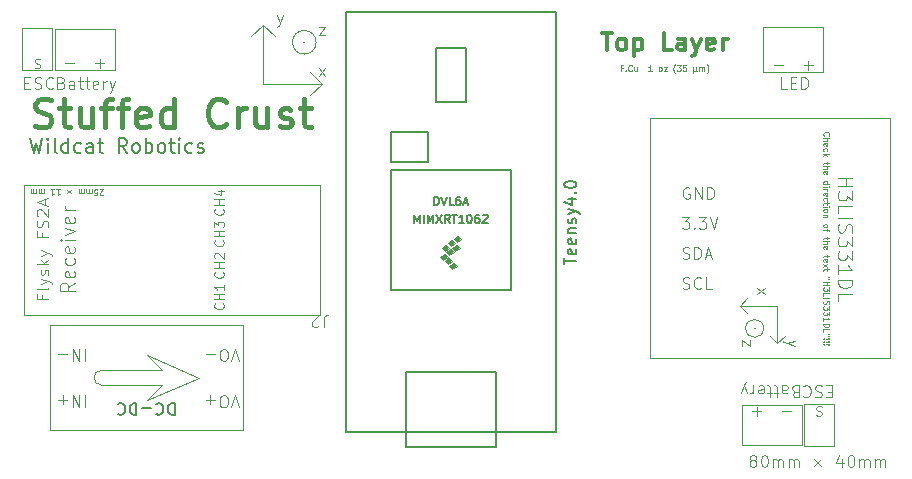
<source format=gbr>
%TF.GenerationSoftware,KiCad,Pcbnew,9.0.7*%
%TF.CreationDate,2026-02-07T11:06:05-07:00*%
%TF.ProjectId,PCB_v1,5043425f-7631-42e6-9b69-6361645f7063,rev?*%
%TF.SameCoordinates,Original*%
%TF.FileFunction,Legend,Top*%
%TF.FilePolarity,Positive*%
%FSLAX46Y46*%
G04 Gerber Fmt 4.6, Leading zero omitted, Abs format (unit mm)*
G04 Created by KiCad (PCBNEW 9.0.7) date 2026-02-07 11:06:05*
%MOMM*%
%LPD*%
G01*
G04 APERTURE LIST*
%ADD10C,0.100000*%
%ADD11C,0.400000*%
%ADD12C,0.300000*%
%ADD13C,0.200000*%
%ADD14C,0.150000*%
%ADD15C,0.101600*%
G04 APERTURE END LIST*
D10*
X170500000Y-63500000D02*
G75*
G02*
X168500000Y-63500000I-1000000J0D01*
G01*
X168500000Y-63500000D02*
G75*
G02*
X170500000Y-63500000I1000000J0D01*
G01*
X171000000Y-67000000D02*
X170000000Y-68000000D01*
X166000000Y-67000000D02*
X171000000Y-67000000D01*
X169550000Y-63500000D02*
G75*
G02*
X169450000Y-63500000I-50000J0D01*
G01*
X169450000Y-63500000D02*
G75*
G02*
X169550000Y-63500000I50000J0D01*
G01*
X171000000Y-67000000D02*
X170000000Y-66000000D01*
X166000000Y-67000000D02*
X166000000Y-62000000D01*
X166000000Y-62000000D02*
X165000000Y-63000000D01*
X166000000Y-62000000D02*
X167000000Y-63000000D01*
X211071429Y-93066390D02*
X210928572Y-93018771D01*
X210928572Y-93018771D02*
X210880953Y-92971152D01*
X210880953Y-92971152D02*
X210833334Y-92875914D01*
X210833334Y-92875914D02*
X210833334Y-92733057D01*
X210833334Y-92733057D02*
X210880953Y-92637819D01*
X210880953Y-92637819D02*
X210928572Y-92590200D01*
X210928572Y-92590200D02*
X211023810Y-92542580D01*
X211023810Y-92542580D02*
X211404762Y-92542580D01*
X211404762Y-92542580D02*
X211404762Y-93542580D01*
X211404762Y-93542580D02*
X211071429Y-93542580D01*
X211071429Y-93542580D02*
X210976191Y-93494961D01*
X210976191Y-93494961D02*
X210928572Y-93447342D01*
X210928572Y-93447342D02*
X210880953Y-93352104D01*
X210880953Y-93352104D02*
X210880953Y-93256866D01*
X210880953Y-93256866D02*
X210928572Y-93161628D01*
X210928572Y-93161628D02*
X210976191Y-93114009D01*
X210976191Y-93114009D02*
X211071429Y-93066390D01*
X211071429Y-93066390D02*
X211404762Y-93066390D01*
X209976191Y-92542580D02*
X209976191Y-93066390D01*
X209976191Y-93066390D02*
X210023810Y-93161628D01*
X210023810Y-93161628D02*
X210119048Y-93209247D01*
X210119048Y-93209247D02*
X210309524Y-93209247D01*
X210309524Y-93209247D02*
X210404762Y-93161628D01*
X209976191Y-92590200D02*
X210071429Y-92542580D01*
X210071429Y-92542580D02*
X210309524Y-92542580D01*
X210309524Y-92542580D02*
X210404762Y-92590200D01*
X210404762Y-92590200D02*
X210452381Y-92685438D01*
X210452381Y-92685438D02*
X210452381Y-92780676D01*
X210452381Y-92780676D02*
X210404762Y-92875914D01*
X210404762Y-92875914D02*
X210309524Y-92923533D01*
X210309524Y-92923533D02*
X210071429Y-92923533D01*
X210071429Y-92923533D02*
X209976191Y-92971152D01*
X209642857Y-93209247D02*
X209261905Y-93209247D01*
X209500000Y-93542580D02*
X209500000Y-92685438D01*
X209500000Y-92685438D02*
X209452381Y-92590200D01*
X209452381Y-92590200D02*
X209357143Y-92542580D01*
X209357143Y-92542580D02*
X209261905Y-92542580D01*
X209071428Y-93209247D02*
X208690476Y-93209247D01*
X208928571Y-93542580D02*
X208928571Y-92685438D01*
X208928571Y-92685438D02*
X208880952Y-92590200D01*
X208880952Y-92590200D02*
X208785714Y-92542580D01*
X208785714Y-92542580D02*
X208690476Y-92542580D01*
X207976190Y-92590200D02*
X208071428Y-92542580D01*
X208071428Y-92542580D02*
X208261904Y-92542580D01*
X208261904Y-92542580D02*
X208357142Y-92590200D01*
X208357142Y-92590200D02*
X208404761Y-92685438D01*
X208404761Y-92685438D02*
X208404761Y-93066390D01*
X208404761Y-93066390D02*
X208357142Y-93161628D01*
X208357142Y-93161628D02*
X208261904Y-93209247D01*
X208261904Y-93209247D02*
X208071428Y-93209247D01*
X208071428Y-93209247D02*
X207976190Y-93161628D01*
X207976190Y-93161628D02*
X207928571Y-93066390D01*
X207928571Y-93066390D02*
X207928571Y-92971152D01*
X207928571Y-92971152D02*
X208404761Y-92875914D01*
X207499999Y-92542580D02*
X207499999Y-93209247D01*
X207499999Y-93018771D02*
X207452380Y-93114009D01*
X207452380Y-93114009D02*
X207404761Y-93161628D01*
X207404761Y-93161628D02*
X207309523Y-93209247D01*
X207309523Y-93209247D02*
X207214285Y-93209247D01*
X206976189Y-93209247D02*
X206738094Y-92542580D01*
X206499999Y-93209247D02*
X206738094Y-92542580D01*
X206738094Y-92542580D02*
X206833332Y-92304485D01*
X206833332Y-92304485D02*
X206880951Y-92256866D01*
X206880951Y-92256866D02*
X206976189Y-92209247D01*
D11*
X146720299Y-70571200D02*
X147063157Y-70685485D01*
X147063157Y-70685485D02*
X147634585Y-70685485D01*
X147634585Y-70685485D02*
X147863157Y-70571200D01*
X147863157Y-70571200D02*
X147977442Y-70456914D01*
X147977442Y-70456914D02*
X148091728Y-70228342D01*
X148091728Y-70228342D02*
X148091728Y-69999771D01*
X148091728Y-69999771D02*
X147977442Y-69771200D01*
X147977442Y-69771200D02*
X147863157Y-69656914D01*
X147863157Y-69656914D02*
X147634585Y-69542628D01*
X147634585Y-69542628D02*
X147177442Y-69428342D01*
X147177442Y-69428342D02*
X146948871Y-69314057D01*
X146948871Y-69314057D02*
X146834585Y-69199771D01*
X146834585Y-69199771D02*
X146720299Y-68971200D01*
X146720299Y-68971200D02*
X146720299Y-68742628D01*
X146720299Y-68742628D02*
X146834585Y-68514057D01*
X146834585Y-68514057D02*
X146948871Y-68399771D01*
X146948871Y-68399771D02*
X147177442Y-68285485D01*
X147177442Y-68285485D02*
X147748871Y-68285485D01*
X147748871Y-68285485D02*
X148091728Y-68399771D01*
X148777442Y-69085485D02*
X149691728Y-69085485D01*
X149120299Y-68285485D02*
X149120299Y-70342628D01*
X149120299Y-70342628D02*
X149234585Y-70571200D01*
X149234585Y-70571200D02*
X149463156Y-70685485D01*
X149463156Y-70685485D02*
X149691728Y-70685485D01*
X151520300Y-69085485D02*
X151520300Y-70685485D01*
X150491728Y-69085485D02*
X150491728Y-70342628D01*
X150491728Y-70342628D02*
X150606014Y-70571200D01*
X150606014Y-70571200D02*
X150834585Y-70685485D01*
X150834585Y-70685485D02*
X151177442Y-70685485D01*
X151177442Y-70685485D02*
X151406014Y-70571200D01*
X151406014Y-70571200D02*
X151520300Y-70456914D01*
X152320300Y-69085485D02*
X153234586Y-69085485D01*
X152663157Y-70685485D02*
X152663157Y-68628342D01*
X152663157Y-68628342D02*
X152777443Y-68399771D01*
X152777443Y-68399771D02*
X153006014Y-68285485D01*
X153006014Y-68285485D02*
X153234586Y-68285485D01*
X153691729Y-69085485D02*
X154606015Y-69085485D01*
X154034586Y-70685485D02*
X154034586Y-68628342D01*
X154034586Y-68628342D02*
X154148872Y-68399771D01*
X154148872Y-68399771D02*
X154377443Y-68285485D01*
X154377443Y-68285485D02*
X154606015Y-68285485D01*
X156320301Y-70571200D02*
X156091729Y-70685485D01*
X156091729Y-70685485D02*
X155634587Y-70685485D01*
X155634587Y-70685485D02*
X155406015Y-70571200D01*
X155406015Y-70571200D02*
X155291729Y-70342628D01*
X155291729Y-70342628D02*
X155291729Y-69428342D01*
X155291729Y-69428342D02*
X155406015Y-69199771D01*
X155406015Y-69199771D02*
X155634587Y-69085485D01*
X155634587Y-69085485D02*
X156091729Y-69085485D01*
X156091729Y-69085485D02*
X156320301Y-69199771D01*
X156320301Y-69199771D02*
X156434587Y-69428342D01*
X156434587Y-69428342D02*
X156434587Y-69656914D01*
X156434587Y-69656914D02*
X155291729Y-69885485D01*
X158491730Y-70685485D02*
X158491730Y-68285485D01*
X158491730Y-70571200D02*
X158263158Y-70685485D01*
X158263158Y-70685485D02*
X157806015Y-70685485D01*
X157806015Y-70685485D02*
X157577444Y-70571200D01*
X157577444Y-70571200D02*
X157463158Y-70456914D01*
X157463158Y-70456914D02*
X157348872Y-70228342D01*
X157348872Y-70228342D02*
X157348872Y-69542628D01*
X157348872Y-69542628D02*
X157463158Y-69314057D01*
X157463158Y-69314057D02*
X157577444Y-69199771D01*
X157577444Y-69199771D02*
X157806015Y-69085485D01*
X157806015Y-69085485D02*
X158263158Y-69085485D01*
X158263158Y-69085485D02*
X158491730Y-69199771D01*
X162834587Y-70456914D02*
X162720301Y-70571200D01*
X162720301Y-70571200D02*
X162377444Y-70685485D01*
X162377444Y-70685485D02*
X162148872Y-70685485D01*
X162148872Y-70685485D02*
X161806015Y-70571200D01*
X161806015Y-70571200D02*
X161577444Y-70342628D01*
X161577444Y-70342628D02*
X161463158Y-70114057D01*
X161463158Y-70114057D02*
X161348872Y-69656914D01*
X161348872Y-69656914D02*
X161348872Y-69314057D01*
X161348872Y-69314057D02*
X161463158Y-68856914D01*
X161463158Y-68856914D02*
X161577444Y-68628342D01*
X161577444Y-68628342D02*
X161806015Y-68399771D01*
X161806015Y-68399771D02*
X162148872Y-68285485D01*
X162148872Y-68285485D02*
X162377444Y-68285485D01*
X162377444Y-68285485D02*
X162720301Y-68399771D01*
X162720301Y-68399771D02*
X162834587Y-68514057D01*
X163863158Y-70685485D02*
X163863158Y-69085485D01*
X163863158Y-69542628D02*
X163977444Y-69314057D01*
X163977444Y-69314057D02*
X164091730Y-69199771D01*
X164091730Y-69199771D02*
X164320301Y-69085485D01*
X164320301Y-69085485D02*
X164548872Y-69085485D01*
X166377444Y-69085485D02*
X166377444Y-70685485D01*
X165348872Y-69085485D02*
X165348872Y-70342628D01*
X165348872Y-70342628D02*
X165463158Y-70571200D01*
X165463158Y-70571200D02*
X165691729Y-70685485D01*
X165691729Y-70685485D02*
X166034586Y-70685485D01*
X166034586Y-70685485D02*
X166263158Y-70571200D01*
X166263158Y-70571200D02*
X166377444Y-70456914D01*
X167406015Y-70571200D02*
X167634587Y-70685485D01*
X167634587Y-70685485D02*
X168091730Y-70685485D01*
X168091730Y-70685485D02*
X168320301Y-70571200D01*
X168320301Y-70571200D02*
X168434587Y-70342628D01*
X168434587Y-70342628D02*
X168434587Y-70228342D01*
X168434587Y-70228342D02*
X168320301Y-69999771D01*
X168320301Y-69999771D02*
X168091730Y-69885485D01*
X168091730Y-69885485D02*
X167748873Y-69885485D01*
X167748873Y-69885485D02*
X167520301Y-69771200D01*
X167520301Y-69771200D02*
X167406015Y-69542628D01*
X167406015Y-69542628D02*
X167406015Y-69428342D01*
X167406015Y-69428342D02*
X167520301Y-69199771D01*
X167520301Y-69199771D02*
X167748873Y-69085485D01*
X167748873Y-69085485D02*
X168091730Y-69085485D01*
X168091730Y-69085485D02*
X168320301Y-69199771D01*
X169120301Y-69085485D02*
X170034587Y-69085485D01*
X169463158Y-68285485D02*
X169463158Y-70342628D01*
X169463158Y-70342628D02*
X169577444Y-70571200D01*
X169577444Y-70571200D02*
X169806015Y-70685485D01*
X169806015Y-70685485D02*
X170034587Y-70685485D01*
D12*
X194703572Y-62678328D02*
X195560715Y-62678328D01*
X195132143Y-64178328D02*
X195132143Y-62678328D01*
X196275000Y-64178328D02*
X196132143Y-64106900D01*
X196132143Y-64106900D02*
X196060714Y-64035471D01*
X196060714Y-64035471D02*
X195989286Y-63892614D01*
X195989286Y-63892614D02*
X195989286Y-63464042D01*
X195989286Y-63464042D02*
X196060714Y-63321185D01*
X196060714Y-63321185D02*
X196132143Y-63249757D01*
X196132143Y-63249757D02*
X196275000Y-63178328D01*
X196275000Y-63178328D02*
X196489286Y-63178328D01*
X196489286Y-63178328D02*
X196632143Y-63249757D01*
X196632143Y-63249757D02*
X196703572Y-63321185D01*
X196703572Y-63321185D02*
X196775000Y-63464042D01*
X196775000Y-63464042D02*
X196775000Y-63892614D01*
X196775000Y-63892614D02*
X196703572Y-64035471D01*
X196703572Y-64035471D02*
X196632143Y-64106900D01*
X196632143Y-64106900D02*
X196489286Y-64178328D01*
X196489286Y-64178328D02*
X196275000Y-64178328D01*
X197417857Y-63178328D02*
X197417857Y-64678328D01*
X197417857Y-63249757D02*
X197560715Y-63178328D01*
X197560715Y-63178328D02*
X197846429Y-63178328D01*
X197846429Y-63178328D02*
X197989286Y-63249757D01*
X197989286Y-63249757D02*
X198060715Y-63321185D01*
X198060715Y-63321185D02*
X198132143Y-63464042D01*
X198132143Y-63464042D02*
X198132143Y-63892614D01*
X198132143Y-63892614D02*
X198060715Y-64035471D01*
X198060715Y-64035471D02*
X197989286Y-64106900D01*
X197989286Y-64106900D02*
X197846429Y-64178328D01*
X197846429Y-64178328D02*
X197560715Y-64178328D01*
X197560715Y-64178328D02*
X197417857Y-64106900D01*
X200632143Y-64178328D02*
X199917857Y-64178328D01*
X199917857Y-64178328D02*
X199917857Y-62678328D01*
X201775001Y-64178328D02*
X201775001Y-63392614D01*
X201775001Y-63392614D02*
X201703572Y-63249757D01*
X201703572Y-63249757D02*
X201560715Y-63178328D01*
X201560715Y-63178328D02*
X201275001Y-63178328D01*
X201275001Y-63178328D02*
X201132143Y-63249757D01*
X201775001Y-64106900D02*
X201632143Y-64178328D01*
X201632143Y-64178328D02*
X201275001Y-64178328D01*
X201275001Y-64178328D02*
X201132143Y-64106900D01*
X201132143Y-64106900D02*
X201060715Y-63964042D01*
X201060715Y-63964042D02*
X201060715Y-63821185D01*
X201060715Y-63821185D02*
X201132143Y-63678328D01*
X201132143Y-63678328D02*
X201275001Y-63606900D01*
X201275001Y-63606900D02*
X201632143Y-63606900D01*
X201632143Y-63606900D02*
X201775001Y-63535471D01*
X202346429Y-63178328D02*
X202703572Y-64178328D01*
X203060715Y-63178328D02*
X202703572Y-64178328D01*
X202703572Y-64178328D02*
X202560715Y-64535471D01*
X202560715Y-64535471D02*
X202489286Y-64606900D01*
X202489286Y-64606900D02*
X202346429Y-64678328D01*
X204203572Y-64106900D02*
X204060715Y-64178328D01*
X204060715Y-64178328D02*
X203775001Y-64178328D01*
X203775001Y-64178328D02*
X203632143Y-64106900D01*
X203632143Y-64106900D02*
X203560715Y-63964042D01*
X203560715Y-63964042D02*
X203560715Y-63392614D01*
X203560715Y-63392614D02*
X203632143Y-63249757D01*
X203632143Y-63249757D02*
X203775001Y-63178328D01*
X203775001Y-63178328D02*
X204060715Y-63178328D01*
X204060715Y-63178328D02*
X204203572Y-63249757D01*
X204203572Y-63249757D02*
X204275001Y-63392614D01*
X204275001Y-63392614D02*
X204275001Y-63535471D01*
X204275001Y-63535471D02*
X203560715Y-63678328D01*
X204917857Y-64178328D02*
X204917857Y-63178328D01*
X204917857Y-63464042D02*
X204989286Y-63321185D01*
X204989286Y-63321185D02*
X205060715Y-63249757D01*
X205060715Y-63249757D02*
X205203572Y-63178328D01*
X205203572Y-63178328D02*
X205346429Y-63178328D01*
D10*
X196452383Y-65671704D02*
X196285716Y-65671704D01*
X196285716Y-65933609D02*
X196285716Y-65433609D01*
X196285716Y-65433609D02*
X196523811Y-65433609D01*
X196714287Y-65885990D02*
X196738097Y-65909800D01*
X196738097Y-65909800D02*
X196714287Y-65933609D01*
X196714287Y-65933609D02*
X196690478Y-65909800D01*
X196690478Y-65909800D02*
X196714287Y-65885990D01*
X196714287Y-65885990D02*
X196714287Y-65933609D01*
X197238096Y-65885990D02*
X197214287Y-65909800D01*
X197214287Y-65909800D02*
X197142858Y-65933609D01*
X197142858Y-65933609D02*
X197095239Y-65933609D01*
X197095239Y-65933609D02*
X197023811Y-65909800D01*
X197023811Y-65909800D02*
X196976192Y-65862180D01*
X196976192Y-65862180D02*
X196952382Y-65814561D01*
X196952382Y-65814561D02*
X196928573Y-65719323D01*
X196928573Y-65719323D02*
X196928573Y-65647895D01*
X196928573Y-65647895D02*
X196952382Y-65552657D01*
X196952382Y-65552657D02*
X196976192Y-65505038D01*
X196976192Y-65505038D02*
X197023811Y-65457419D01*
X197023811Y-65457419D02*
X197095239Y-65433609D01*
X197095239Y-65433609D02*
X197142858Y-65433609D01*
X197142858Y-65433609D02*
X197214287Y-65457419D01*
X197214287Y-65457419D02*
X197238096Y-65481228D01*
X197666668Y-65600276D02*
X197666668Y-65933609D01*
X197452382Y-65600276D02*
X197452382Y-65862180D01*
X197452382Y-65862180D02*
X197476192Y-65909800D01*
X197476192Y-65909800D02*
X197523811Y-65933609D01*
X197523811Y-65933609D02*
X197595239Y-65933609D01*
X197595239Y-65933609D02*
X197642858Y-65909800D01*
X197642858Y-65909800D02*
X197666668Y-65885990D01*
X198928572Y-65933609D02*
X198642858Y-65933609D01*
X198785715Y-65933609D02*
X198785715Y-65433609D01*
X198785715Y-65433609D02*
X198738096Y-65505038D01*
X198738096Y-65505038D02*
X198690477Y-65552657D01*
X198690477Y-65552657D02*
X198642858Y-65576466D01*
X199595238Y-65933609D02*
X199547619Y-65909800D01*
X199547619Y-65909800D02*
X199523809Y-65885990D01*
X199523809Y-65885990D02*
X199500000Y-65838371D01*
X199500000Y-65838371D02*
X199500000Y-65695514D01*
X199500000Y-65695514D02*
X199523809Y-65647895D01*
X199523809Y-65647895D02*
X199547619Y-65624085D01*
X199547619Y-65624085D02*
X199595238Y-65600276D01*
X199595238Y-65600276D02*
X199666666Y-65600276D01*
X199666666Y-65600276D02*
X199714285Y-65624085D01*
X199714285Y-65624085D02*
X199738095Y-65647895D01*
X199738095Y-65647895D02*
X199761904Y-65695514D01*
X199761904Y-65695514D02*
X199761904Y-65838371D01*
X199761904Y-65838371D02*
X199738095Y-65885990D01*
X199738095Y-65885990D02*
X199714285Y-65909800D01*
X199714285Y-65909800D02*
X199666666Y-65933609D01*
X199666666Y-65933609D02*
X199595238Y-65933609D01*
X199928571Y-65600276D02*
X200190476Y-65600276D01*
X200190476Y-65600276D02*
X199928571Y-65933609D01*
X199928571Y-65933609D02*
X200190476Y-65933609D01*
X200904761Y-66124085D02*
X200880952Y-66100276D01*
X200880952Y-66100276D02*
X200833333Y-66028847D01*
X200833333Y-66028847D02*
X200809523Y-65981228D01*
X200809523Y-65981228D02*
X200785714Y-65909800D01*
X200785714Y-65909800D02*
X200761904Y-65790752D01*
X200761904Y-65790752D02*
X200761904Y-65695514D01*
X200761904Y-65695514D02*
X200785714Y-65576466D01*
X200785714Y-65576466D02*
X200809523Y-65505038D01*
X200809523Y-65505038D02*
X200833333Y-65457419D01*
X200833333Y-65457419D02*
X200880952Y-65385990D01*
X200880952Y-65385990D02*
X200904761Y-65362180D01*
X201047618Y-65433609D02*
X201357142Y-65433609D01*
X201357142Y-65433609D02*
X201190475Y-65624085D01*
X201190475Y-65624085D02*
X201261904Y-65624085D01*
X201261904Y-65624085D02*
X201309523Y-65647895D01*
X201309523Y-65647895D02*
X201333332Y-65671704D01*
X201333332Y-65671704D02*
X201357142Y-65719323D01*
X201357142Y-65719323D02*
X201357142Y-65838371D01*
X201357142Y-65838371D02*
X201333332Y-65885990D01*
X201333332Y-65885990D02*
X201309523Y-65909800D01*
X201309523Y-65909800D02*
X201261904Y-65933609D01*
X201261904Y-65933609D02*
X201119047Y-65933609D01*
X201119047Y-65933609D02*
X201071428Y-65909800D01*
X201071428Y-65909800D02*
X201047618Y-65885990D01*
X201809522Y-65433609D02*
X201571427Y-65433609D01*
X201571427Y-65433609D02*
X201547618Y-65671704D01*
X201547618Y-65671704D02*
X201571427Y-65647895D01*
X201571427Y-65647895D02*
X201619046Y-65624085D01*
X201619046Y-65624085D02*
X201738094Y-65624085D01*
X201738094Y-65624085D02*
X201785713Y-65647895D01*
X201785713Y-65647895D02*
X201809522Y-65671704D01*
X201809522Y-65671704D02*
X201833332Y-65719323D01*
X201833332Y-65719323D02*
X201833332Y-65838371D01*
X201833332Y-65838371D02*
X201809522Y-65885990D01*
X201809522Y-65885990D02*
X201785713Y-65909800D01*
X201785713Y-65909800D02*
X201738094Y-65933609D01*
X201738094Y-65933609D02*
X201619046Y-65933609D01*
X201619046Y-65933609D02*
X201571427Y-65909800D01*
X201571427Y-65909800D02*
X201547618Y-65885990D01*
X202428569Y-65600276D02*
X202428569Y-66100276D01*
X202666664Y-65862180D02*
X202690474Y-65909800D01*
X202690474Y-65909800D02*
X202738093Y-65933609D01*
X202428569Y-65862180D02*
X202452379Y-65909800D01*
X202452379Y-65909800D02*
X202499998Y-65933609D01*
X202499998Y-65933609D02*
X202595236Y-65933609D01*
X202595236Y-65933609D02*
X202642855Y-65909800D01*
X202642855Y-65909800D02*
X202666664Y-65862180D01*
X202666664Y-65862180D02*
X202666664Y-65600276D01*
X202952379Y-65933609D02*
X202952379Y-65600276D01*
X202952379Y-65647895D02*
X202976189Y-65624085D01*
X202976189Y-65624085D02*
X203023808Y-65600276D01*
X203023808Y-65600276D02*
X203095236Y-65600276D01*
X203095236Y-65600276D02*
X203142855Y-65624085D01*
X203142855Y-65624085D02*
X203166665Y-65671704D01*
X203166665Y-65671704D02*
X203166665Y-65933609D01*
X203166665Y-65671704D02*
X203190474Y-65624085D01*
X203190474Y-65624085D02*
X203238093Y-65600276D01*
X203238093Y-65600276D02*
X203309522Y-65600276D01*
X203309522Y-65600276D02*
X203357141Y-65624085D01*
X203357141Y-65624085D02*
X203380951Y-65671704D01*
X203380951Y-65671704D02*
X203380951Y-65933609D01*
X203571427Y-66124085D02*
X203595237Y-66100276D01*
X203595237Y-66100276D02*
X203642856Y-66028847D01*
X203642856Y-66028847D02*
X203666665Y-65981228D01*
X203666665Y-65981228D02*
X203690475Y-65909800D01*
X203690475Y-65909800D02*
X203714284Y-65790752D01*
X203714284Y-65790752D02*
X203714284Y-65695514D01*
X203714284Y-65695514D02*
X203690475Y-65576466D01*
X203690475Y-65576466D02*
X203666665Y-65505038D01*
X203666665Y-65505038D02*
X203642856Y-65457419D01*
X203642856Y-65457419D02*
X203595237Y-65385990D01*
X203595237Y-65385990D02*
X203571427Y-65362180D01*
X148928570Y-66933609D02*
X149071427Y-66981228D01*
X149071427Y-66981228D02*
X149119046Y-67028847D01*
X149119046Y-67028847D02*
X149166665Y-67124085D01*
X149166665Y-67124085D02*
X149166665Y-67266942D01*
X149166665Y-67266942D02*
X149119046Y-67362180D01*
X149119046Y-67362180D02*
X149071427Y-67409800D01*
X149071427Y-67409800D02*
X148976189Y-67457419D01*
X148976189Y-67457419D02*
X148595237Y-67457419D01*
X148595237Y-67457419D02*
X148595237Y-66457419D01*
X148595237Y-66457419D02*
X148928570Y-66457419D01*
X148928570Y-66457419D02*
X149023808Y-66505038D01*
X149023808Y-66505038D02*
X149071427Y-66552657D01*
X149071427Y-66552657D02*
X149119046Y-66647895D01*
X149119046Y-66647895D02*
X149119046Y-66743133D01*
X149119046Y-66743133D02*
X149071427Y-66838371D01*
X149071427Y-66838371D02*
X149023808Y-66885990D01*
X149023808Y-66885990D02*
X148928570Y-66933609D01*
X148928570Y-66933609D02*
X148595237Y-66933609D01*
X150023808Y-67457419D02*
X150023808Y-66933609D01*
X150023808Y-66933609D02*
X149976189Y-66838371D01*
X149976189Y-66838371D02*
X149880951Y-66790752D01*
X149880951Y-66790752D02*
X149690475Y-66790752D01*
X149690475Y-66790752D02*
X149595237Y-66838371D01*
X150023808Y-67409800D02*
X149928570Y-67457419D01*
X149928570Y-67457419D02*
X149690475Y-67457419D01*
X149690475Y-67457419D02*
X149595237Y-67409800D01*
X149595237Y-67409800D02*
X149547618Y-67314561D01*
X149547618Y-67314561D02*
X149547618Y-67219323D01*
X149547618Y-67219323D02*
X149595237Y-67124085D01*
X149595237Y-67124085D02*
X149690475Y-67076466D01*
X149690475Y-67076466D02*
X149928570Y-67076466D01*
X149928570Y-67076466D02*
X150023808Y-67028847D01*
X150357142Y-66790752D02*
X150738094Y-66790752D01*
X150499999Y-66457419D02*
X150499999Y-67314561D01*
X150499999Y-67314561D02*
X150547618Y-67409800D01*
X150547618Y-67409800D02*
X150642856Y-67457419D01*
X150642856Y-67457419D02*
X150738094Y-67457419D01*
X150928571Y-66790752D02*
X151309523Y-66790752D01*
X151071428Y-66457419D02*
X151071428Y-67314561D01*
X151071428Y-67314561D02*
X151119047Y-67409800D01*
X151119047Y-67409800D02*
X151214285Y-67457419D01*
X151214285Y-67457419D02*
X151309523Y-67457419D01*
X152023809Y-67409800D02*
X151928571Y-67457419D01*
X151928571Y-67457419D02*
X151738095Y-67457419D01*
X151738095Y-67457419D02*
X151642857Y-67409800D01*
X151642857Y-67409800D02*
X151595238Y-67314561D01*
X151595238Y-67314561D02*
X151595238Y-66933609D01*
X151595238Y-66933609D02*
X151642857Y-66838371D01*
X151642857Y-66838371D02*
X151738095Y-66790752D01*
X151738095Y-66790752D02*
X151928571Y-66790752D01*
X151928571Y-66790752D02*
X152023809Y-66838371D01*
X152023809Y-66838371D02*
X152071428Y-66933609D01*
X152071428Y-66933609D02*
X152071428Y-67028847D01*
X152071428Y-67028847D02*
X151595238Y-67124085D01*
X152500000Y-67457419D02*
X152500000Y-66790752D01*
X152500000Y-66981228D02*
X152547619Y-66885990D01*
X152547619Y-66885990D02*
X152595238Y-66838371D01*
X152595238Y-66838371D02*
X152690476Y-66790752D01*
X152690476Y-66790752D02*
X152785714Y-66790752D01*
X153023810Y-66790752D02*
X153261905Y-67457419D01*
X153500000Y-66790752D02*
X153261905Y-67457419D01*
X153261905Y-67457419D02*
X153166667Y-67695514D01*
X153166667Y-67695514D02*
X153119048Y-67743133D01*
X153119048Y-67743133D02*
X153023810Y-67790752D01*
X145809524Y-66933609D02*
X146142857Y-66933609D01*
X146285714Y-67457419D02*
X145809524Y-67457419D01*
X145809524Y-67457419D02*
X145809524Y-66457419D01*
X145809524Y-66457419D02*
X146285714Y-66457419D01*
X146666667Y-67409800D02*
X146809524Y-67457419D01*
X146809524Y-67457419D02*
X147047619Y-67457419D01*
X147047619Y-67457419D02*
X147142857Y-67409800D01*
X147142857Y-67409800D02*
X147190476Y-67362180D01*
X147190476Y-67362180D02*
X147238095Y-67266942D01*
X147238095Y-67266942D02*
X147238095Y-67171704D01*
X147238095Y-67171704D02*
X147190476Y-67076466D01*
X147190476Y-67076466D02*
X147142857Y-67028847D01*
X147142857Y-67028847D02*
X147047619Y-66981228D01*
X147047619Y-66981228D02*
X146857143Y-66933609D01*
X146857143Y-66933609D02*
X146761905Y-66885990D01*
X146761905Y-66885990D02*
X146714286Y-66838371D01*
X146714286Y-66838371D02*
X146666667Y-66743133D01*
X146666667Y-66743133D02*
X146666667Y-66647895D01*
X146666667Y-66647895D02*
X146714286Y-66552657D01*
X146714286Y-66552657D02*
X146761905Y-66505038D01*
X146761905Y-66505038D02*
X146857143Y-66457419D01*
X146857143Y-66457419D02*
X147095238Y-66457419D01*
X147095238Y-66457419D02*
X147238095Y-66505038D01*
X148238095Y-67362180D02*
X148190476Y-67409800D01*
X148190476Y-67409800D02*
X148047619Y-67457419D01*
X148047619Y-67457419D02*
X147952381Y-67457419D01*
X147952381Y-67457419D02*
X147809524Y-67409800D01*
X147809524Y-67409800D02*
X147714286Y-67314561D01*
X147714286Y-67314561D02*
X147666667Y-67219323D01*
X147666667Y-67219323D02*
X147619048Y-67028847D01*
X147619048Y-67028847D02*
X147619048Y-66885990D01*
X147619048Y-66885990D02*
X147666667Y-66695514D01*
X147666667Y-66695514D02*
X147714286Y-66600276D01*
X147714286Y-66600276D02*
X147809524Y-66505038D01*
X147809524Y-66505038D02*
X147952381Y-66457419D01*
X147952381Y-66457419D02*
X148047619Y-66457419D01*
X148047619Y-66457419D02*
X148190476Y-66505038D01*
X148190476Y-66505038D02*
X148238095Y-66552657D01*
X210357142Y-67457419D02*
X209880952Y-67457419D01*
X209880952Y-67457419D02*
X209880952Y-66457419D01*
X210690476Y-66933609D02*
X211023809Y-66933609D01*
X211166666Y-67457419D02*
X210690476Y-67457419D01*
X210690476Y-67457419D02*
X210690476Y-66457419D01*
X210690476Y-66457419D02*
X211166666Y-66457419D01*
X211595238Y-67457419D02*
X211595238Y-66457419D01*
X211595238Y-66457419D02*
X211833333Y-66457419D01*
X211833333Y-66457419D02*
X211976190Y-66505038D01*
X211976190Y-66505038D02*
X212071428Y-66600276D01*
X212071428Y-66600276D02*
X212119047Y-66695514D01*
X212119047Y-66695514D02*
X212166666Y-66885990D01*
X212166666Y-66885990D02*
X212166666Y-67028847D01*
X212166666Y-67028847D02*
X212119047Y-67219323D01*
X212119047Y-67219323D02*
X212071428Y-67314561D01*
X212071428Y-67314561D02*
X211976190Y-67409800D01*
X211976190Y-67409800D02*
X211833333Y-67457419D01*
X211833333Y-67457419D02*
X211595238Y-67457419D01*
X170708646Y-66372419D02*
X171232455Y-65705752D01*
X170708646Y-65705752D02*
X171232455Y-66372419D01*
X170708646Y-62205752D02*
X171232455Y-62205752D01*
X171232455Y-62205752D02*
X170708646Y-62872419D01*
X170708646Y-62872419D02*
X171232455Y-62872419D01*
X167208646Y-61205752D02*
X167446741Y-61872419D01*
X167684836Y-61205752D02*
X167446741Y-61872419D01*
X167446741Y-61872419D02*
X167351503Y-62110514D01*
X167351503Y-62110514D02*
X167303884Y-62158133D01*
X167303884Y-62158133D02*
X167208646Y-62205752D01*
X207410402Y-98885990D02*
X207315164Y-98838371D01*
X207315164Y-98838371D02*
X207267545Y-98790752D01*
X207267545Y-98790752D02*
X207219926Y-98695514D01*
X207219926Y-98695514D02*
X207219926Y-98647895D01*
X207219926Y-98647895D02*
X207267545Y-98552657D01*
X207267545Y-98552657D02*
X207315164Y-98505038D01*
X207315164Y-98505038D02*
X207410402Y-98457419D01*
X207410402Y-98457419D02*
X207600878Y-98457419D01*
X207600878Y-98457419D02*
X207696116Y-98505038D01*
X207696116Y-98505038D02*
X207743735Y-98552657D01*
X207743735Y-98552657D02*
X207791354Y-98647895D01*
X207791354Y-98647895D02*
X207791354Y-98695514D01*
X207791354Y-98695514D02*
X207743735Y-98790752D01*
X207743735Y-98790752D02*
X207696116Y-98838371D01*
X207696116Y-98838371D02*
X207600878Y-98885990D01*
X207600878Y-98885990D02*
X207410402Y-98885990D01*
X207410402Y-98885990D02*
X207315164Y-98933609D01*
X207315164Y-98933609D02*
X207267545Y-98981228D01*
X207267545Y-98981228D02*
X207219926Y-99076466D01*
X207219926Y-99076466D02*
X207219926Y-99266942D01*
X207219926Y-99266942D02*
X207267545Y-99362180D01*
X207267545Y-99362180D02*
X207315164Y-99409800D01*
X207315164Y-99409800D02*
X207410402Y-99457419D01*
X207410402Y-99457419D02*
X207600878Y-99457419D01*
X207600878Y-99457419D02*
X207696116Y-99409800D01*
X207696116Y-99409800D02*
X207743735Y-99362180D01*
X207743735Y-99362180D02*
X207791354Y-99266942D01*
X207791354Y-99266942D02*
X207791354Y-99076466D01*
X207791354Y-99076466D02*
X207743735Y-98981228D01*
X207743735Y-98981228D02*
X207696116Y-98933609D01*
X207696116Y-98933609D02*
X207600878Y-98885990D01*
X208410402Y-98457419D02*
X208505640Y-98457419D01*
X208505640Y-98457419D02*
X208600878Y-98505038D01*
X208600878Y-98505038D02*
X208648497Y-98552657D01*
X208648497Y-98552657D02*
X208696116Y-98647895D01*
X208696116Y-98647895D02*
X208743735Y-98838371D01*
X208743735Y-98838371D02*
X208743735Y-99076466D01*
X208743735Y-99076466D02*
X208696116Y-99266942D01*
X208696116Y-99266942D02*
X208648497Y-99362180D01*
X208648497Y-99362180D02*
X208600878Y-99409800D01*
X208600878Y-99409800D02*
X208505640Y-99457419D01*
X208505640Y-99457419D02*
X208410402Y-99457419D01*
X208410402Y-99457419D02*
X208315164Y-99409800D01*
X208315164Y-99409800D02*
X208267545Y-99362180D01*
X208267545Y-99362180D02*
X208219926Y-99266942D01*
X208219926Y-99266942D02*
X208172307Y-99076466D01*
X208172307Y-99076466D02*
X208172307Y-98838371D01*
X208172307Y-98838371D02*
X208219926Y-98647895D01*
X208219926Y-98647895D02*
X208267545Y-98552657D01*
X208267545Y-98552657D02*
X208315164Y-98505038D01*
X208315164Y-98505038D02*
X208410402Y-98457419D01*
X209172307Y-99457419D02*
X209172307Y-98790752D01*
X209172307Y-98885990D02*
X209219926Y-98838371D01*
X209219926Y-98838371D02*
X209315164Y-98790752D01*
X209315164Y-98790752D02*
X209458021Y-98790752D01*
X209458021Y-98790752D02*
X209553259Y-98838371D01*
X209553259Y-98838371D02*
X209600878Y-98933609D01*
X209600878Y-98933609D02*
X209600878Y-99457419D01*
X209600878Y-98933609D02*
X209648497Y-98838371D01*
X209648497Y-98838371D02*
X209743735Y-98790752D01*
X209743735Y-98790752D02*
X209886592Y-98790752D01*
X209886592Y-98790752D02*
X209981831Y-98838371D01*
X209981831Y-98838371D02*
X210029450Y-98933609D01*
X210029450Y-98933609D02*
X210029450Y-99457419D01*
X210505640Y-99457419D02*
X210505640Y-98790752D01*
X210505640Y-98885990D02*
X210553259Y-98838371D01*
X210553259Y-98838371D02*
X210648497Y-98790752D01*
X210648497Y-98790752D02*
X210791354Y-98790752D01*
X210791354Y-98790752D02*
X210886592Y-98838371D01*
X210886592Y-98838371D02*
X210934211Y-98933609D01*
X210934211Y-98933609D02*
X210934211Y-99457419D01*
X210934211Y-98933609D02*
X210981830Y-98838371D01*
X210981830Y-98838371D02*
X211077068Y-98790752D01*
X211077068Y-98790752D02*
X211219925Y-98790752D01*
X211219925Y-98790752D02*
X211315164Y-98838371D01*
X211315164Y-98838371D02*
X211362783Y-98933609D01*
X211362783Y-98933609D02*
X211362783Y-99457419D01*
X212696116Y-98790752D02*
X213267544Y-99362180D01*
X213267544Y-98790752D02*
X212696116Y-99362180D01*
X215029449Y-98790752D02*
X215029449Y-99457419D01*
X214791354Y-98409800D02*
X214553259Y-99124085D01*
X214553259Y-99124085D02*
X215172306Y-99124085D01*
X215743735Y-98457419D02*
X215838973Y-98457419D01*
X215838973Y-98457419D02*
X215934211Y-98505038D01*
X215934211Y-98505038D02*
X215981830Y-98552657D01*
X215981830Y-98552657D02*
X216029449Y-98647895D01*
X216029449Y-98647895D02*
X216077068Y-98838371D01*
X216077068Y-98838371D02*
X216077068Y-99076466D01*
X216077068Y-99076466D02*
X216029449Y-99266942D01*
X216029449Y-99266942D02*
X215981830Y-99362180D01*
X215981830Y-99362180D02*
X215934211Y-99409800D01*
X215934211Y-99409800D02*
X215838973Y-99457419D01*
X215838973Y-99457419D02*
X215743735Y-99457419D01*
X215743735Y-99457419D02*
X215648497Y-99409800D01*
X215648497Y-99409800D02*
X215600878Y-99362180D01*
X215600878Y-99362180D02*
X215553259Y-99266942D01*
X215553259Y-99266942D02*
X215505640Y-99076466D01*
X215505640Y-99076466D02*
X215505640Y-98838371D01*
X215505640Y-98838371D02*
X215553259Y-98647895D01*
X215553259Y-98647895D02*
X215600878Y-98552657D01*
X215600878Y-98552657D02*
X215648497Y-98505038D01*
X215648497Y-98505038D02*
X215743735Y-98457419D01*
X216505640Y-99457419D02*
X216505640Y-98790752D01*
X216505640Y-98885990D02*
X216553259Y-98838371D01*
X216553259Y-98838371D02*
X216648497Y-98790752D01*
X216648497Y-98790752D02*
X216791354Y-98790752D01*
X216791354Y-98790752D02*
X216886592Y-98838371D01*
X216886592Y-98838371D02*
X216934211Y-98933609D01*
X216934211Y-98933609D02*
X216934211Y-99457419D01*
X216934211Y-98933609D02*
X216981830Y-98838371D01*
X216981830Y-98838371D02*
X217077068Y-98790752D01*
X217077068Y-98790752D02*
X217219925Y-98790752D01*
X217219925Y-98790752D02*
X217315164Y-98838371D01*
X217315164Y-98838371D02*
X217362783Y-98933609D01*
X217362783Y-98933609D02*
X217362783Y-99457419D01*
X217838973Y-99457419D02*
X217838973Y-98790752D01*
X217838973Y-98885990D02*
X217886592Y-98838371D01*
X217886592Y-98838371D02*
X217981830Y-98790752D01*
X217981830Y-98790752D02*
X218124687Y-98790752D01*
X218124687Y-98790752D02*
X218219925Y-98838371D01*
X218219925Y-98838371D02*
X218267544Y-98933609D01*
X218267544Y-98933609D02*
X218267544Y-99457419D01*
X218267544Y-98933609D02*
X218315163Y-98838371D01*
X218315163Y-98838371D02*
X218410401Y-98790752D01*
X218410401Y-98790752D02*
X218553258Y-98790752D01*
X218553258Y-98790752D02*
X218648497Y-98838371D01*
X218648497Y-98838371D02*
X218696116Y-98933609D01*
X218696116Y-98933609D02*
X218696116Y-99457419D01*
D13*
X146303006Y-71642742D02*
X146588720Y-72842742D01*
X146588720Y-72842742D02*
X146817292Y-71985600D01*
X146817292Y-71985600D02*
X147045863Y-72842742D01*
X147045863Y-72842742D02*
X147331578Y-71642742D01*
X147788721Y-72842742D02*
X147788721Y-72042742D01*
X147788721Y-71642742D02*
X147731578Y-71699885D01*
X147731578Y-71699885D02*
X147788721Y-71757028D01*
X147788721Y-71757028D02*
X147845864Y-71699885D01*
X147845864Y-71699885D02*
X147788721Y-71642742D01*
X147788721Y-71642742D02*
X147788721Y-71757028D01*
X148531578Y-72842742D02*
X148417293Y-72785600D01*
X148417293Y-72785600D02*
X148360150Y-72671314D01*
X148360150Y-72671314D02*
X148360150Y-71642742D01*
X149503007Y-72842742D02*
X149503007Y-71642742D01*
X149503007Y-72785600D02*
X149388721Y-72842742D01*
X149388721Y-72842742D02*
X149160149Y-72842742D01*
X149160149Y-72842742D02*
X149045864Y-72785600D01*
X149045864Y-72785600D02*
X148988721Y-72728457D01*
X148988721Y-72728457D02*
X148931578Y-72614171D01*
X148931578Y-72614171D02*
X148931578Y-72271314D01*
X148931578Y-72271314D02*
X148988721Y-72157028D01*
X148988721Y-72157028D02*
X149045864Y-72099885D01*
X149045864Y-72099885D02*
X149160149Y-72042742D01*
X149160149Y-72042742D02*
X149388721Y-72042742D01*
X149388721Y-72042742D02*
X149503007Y-72099885D01*
X150588721Y-72785600D02*
X150474435Y-72842742D01*
X150474435Y-72842742D02*
X150245863Y-72842742D01*
X150245863Y-72842742D02*
X150131578Y-72785600D01*
X150131578Y-72785600D02*
X150074435Y-72728457D01*
X150074435Y-72728457D02*
X150017292Y-72614171D01*
X150017292Y-72614171D02*
X150017292Y-72271314D01*
X150017292Y-72271314D02*
X150074435Y-72157028D01*
X150074435Y-72157028D02*
X150131578Y-72099885D01*
X150131578Y-72099885D02*
X150245863Y-72042742D01*
X150245863Y-72042742D02*
X150474435Y-72042742D01*
X150474435Y-72042742D02*
X150588721Y-72099885D01*
X151617292Y-72842742D02*
X151617292Y-72214171D01*
X151617292Y-72214171D02*
X151560149Y-72099885D01*
X151560149Y-72099885D02*
X151445863Y-72042742D01*
X151445863Y-72042742D02*
X151217292Y-72042742D01*
X151217292Y-72042742D02*
X151103006Y-72099885D01*
X151617292Y-72785600D02*
X151503006Y-72842742D01*
X151503006Y-72842742D02*
X151217292Y-72842742D01*
X151217292Y-72842742D02*
X151103006Y-72785600D01*
X151103006Y-72785600D02*
X151045863Y-72671314D01*
X151045863Y-72671314D02*
X151045863Y-72557028D01*
X151045863Y-72557028D02*
X151103006Y-72442742D01*
X151103006Y-72442742D02*
X151217292Y-72385600D01*
X151217292Y-72385600D02*
X151503006Y-72385600D01*
X151503006Y-72385600D02*
X151617292Y-72328457D01*
X152017291Y-72042742D02*
X152474434Y-72042742D01*
X152188720Y-71642742D02*
X152188720Y-72671314D01*
X152188720Y-72671314D02*
X152245863Y-72785600D01*
X152245863Y-72785600D02*
X152360148Y-72842742D01*
X152360148Y-72842742D02*
X152474434Y-72842742D01*
X154474434Y-72842742D02*
X154074434Y-72271314D01*
X153788720Y-72842742D02*
X153788720Y-71642742D01*
X153788720Y-71642742D02*
X154245863Y-71642742D01*
X154245863Y-71642742D02*
X154360148Y-71699885D01*
X154360148Y-71699885D02*
X154417291Y-71757028D01*
X154417291Y-71757028D02*
X154474434Y-71871314D01*
X154474434Y-71871314D02*
X154474434Y-72042742D01*
X154474434Y-72042742D02*
X154417291Y-72157028D01*
X154417291Y-72157028D02*
X154360148Y-72214171D01*
X154360148Y-72214171D02*
X154245863Y-72271314D01*
X154245863Y-72271314D02*
X153788720Y-72271314D01*
X155160148Y-72842742D02*
X155045863Y-72785600D01*
X155045863Y-72785600D02*
X154988720Y-72728457D01*
X154988720Y-72728457D02*
X154931577Y-72614171D01*
X154931577Y-72614171D02*
X154931577Y-72271314D01*
X154931577Y-72271314D02*
X154988720Y-72157028D01*
X154988720Y-72157028D02*
X155045863Y-72099885D01*
X155045863Y-72099885D02*
X155160148Y-72042742D01*
X155160148Y-72042742D02*
X155331577Y-72042742D01*
X155331577Y-72042742D02*
X155445863Y-72099885D01*
X155445863Y-72099885D02*
X155503006Y-72157028D01*
X155503006Y-72157028D02*
X155560148Y-72271314D01*
X155560148Y-72271314D02*
X155560148Y-72614171D01*
X155560148Y-72614171D02*
X155503006Y-72728457D01*
X155503006Y-72728457D02*
X155445863Y-72785600D01*
X155445863Y-72785600D02*
X155331577Y-72842742D01*
X155331577Y-72842742D02*
X155160148Y-72842742D01*
X156074434Y-72842742D02*
X156074434Y-71642742D01*
X156074434Y-72099885D02*
X156188720Y-72042742D01*
X156188720Y-72042742D02*
X156417291Y-72042742D01*
X156417291Y-72042742D02*
X156531577Y-72099885D01*
X156531577Y-72099885D02*
X156588720Y-72157028D01*
X156588720Y-72157028D02*
X156645862Y-72271314D01*
X156645862Y-72271314D02*
X156645862Y-72614171D01*
X156645862Y-72614171D02*
X156588720Y-72728457D01*
X156588720Y-72728457D02*
X156531577Y-72785600D01*
X156531577Y-72785600D02*
X156417291Y-72842742D01*
X156417291Y-72842742D02*
X156188720Y-72842742D01*
X156188720Y-72842742D02*
X156074434Y-72785600D01*
X157331576Y-72842742D02*
X157217291Y-72785600D01*
X157217291Y-72785600D02*
X157160148Y-72728457D01*
X157160148Y-72728457D02*
X157103005Y-72614171D01*
X157103005Y-72614171D02*
X157103005Y-72271314D01*
X157103005Y-72271314D02*
X157160148Y-72157028D01*
X157160148Y-72157028D02*
X157217291Y-72099885D01*
X157217291Y-72099885D02*
X157331576Y-72042742D01*
X157331576Y-72042742D02*
X157503005Y-72042742D01*
X157503005Y-72042742D02*
X157617291Y-72099885D01*
X157617291Y-72099885D02*
X157674434Y-72157028D01*
X157674434Y-72157028D02*
X157731576Y-72271314D01*
X157731576Y-72271314D02*
X157731576Y-72614171D01*
X157731576Y-72614171D02*
X157674434Y-72728457D01*
X157674434Y-72728457D02*
X157617291Y-72785600D01*
X157617291Y-72785600D02*
X157503005Y-72842742D01*
X157503005Y-72842742D02*
X157331576Y-72842742D01*
X158074433Y-72042742D02*
X158531576Y-72042742D01*
X158245862Y-71642742D02*
X158245862Y-72671314D01*
X158245862Y-72671314D02*
X158303005Y-72785600D01*
X158303005Y-72785600D02*
X158417290Y-72842742D01*
X158417290Y-72842742D02*
X158531576Y-72842742D01*
X158931576Y-72842742D02*
X158931576Y-72042742D01*
X158931576Y-71642742D02*
X158874433Y-71699885D01*
X158874433Y-71699885D02*
X158931576Y-71757028D01*
X158931576Y-71757028D02*
X158988719Y-71699885D01*
X158988719Y-71699885D02*
X158931576Y-71642742D01*
X158931576Y-71642742D02*
X158931576Y-71757028D01*
X160017291Y-72785600D02*
X159903005Y-72842742D01*
X159903005Y-72842742D02*
X159674433Y-72842742D01*
X159674433Y-72842742D02*
X159560148Y-72785600D01*
X159560148Y-72785600D02*
X159503005Y-72728457D01*
X159503005Y-72728457D02*
X159445862Y-72614171D01*
X159445862Y-72614171D02*
X159445862Y-72271314D01*
X159445862Y-72271314D02*
X159503005Y-72157028D01*
X159503005Y-72157028D02*
X159560148Y-72099885D01*
X159560148Y-72099885D02*
X159674433Y-72042742D01*
X159674433Y-72042742D02*
X159903005Y-72042742D01*
X159903005Y-72042742D02*
X160017291Y-72099885D01*
X160474433Y-72785600D02*
X160588719Y-72842742D01*
X160588719Y-72842742D02*
X160817290Y-72842742D01*
X160817290Y-72842742D02*
X160931576Y-72785600D01*
X160931576Y-72785600D02*
X160988719Y-72671314D01*
X160988719Y-72671314D02*
X160988719Y-72614171D01*
X160988719Y-72614171D02*
X160931576Y-72499885D01*
X160931576Y-72499885D02*
X160817290Y-72442742D01*
X160817290Y-72442742D02*
X160645862Y-72442742D01*
X160645862Y-72442742D02*
X160531576Y-72385600D01*
X160531576Y-72385600D02*
X160474433Y-72271314D01*
X160474433Y-72271314D02*
X160474433Y-72214171D01*
X160474433Y-72214171D02*
X160531576Y-72099885D01*
X160531576Y-72099885D02*
X160645862Y-72042742D01*
X160645862Y-72042742D02*
X160817290Y-72042742D01*
X160817290Y-72042742D02*
X160931576Y-72099885D01*
D10*
X214190475Y-93066390D02*
X213857142Y-93066390D01*
X213714285Y-92542580D02*
X214190475Y-92542580D01*
X214190475Y-92542580D02*
X214190475Y-93542580D01*
X214190475Y-93542580D02*
X213714285Y-93542580D01*
X213333332Y-92590200D02*
X213190475Y-92542580D01*
X213190475Y-92542580D02*
X212952380Y-92542580D01*
X212952380Y-92542580D02*
X212857142Y-92590200D01*
X212857142Y-92590200D02*
X212809523Y-92637819D01*
X212809523Y-92637819D02*
X212761904Y-92733057D01*
X212761904Y-92733057D02*
X212761904Y-92828295D01*
X212761904Y-92828295D02*
X212809523Y-92923533D01*
X212809523Y-92923533D02*
X212857142Y-92971152D01*
X212857142Y-92971152D02*
X212952380Y-93018771D01*
X212952380Y-93018771D02*
X213142856Y-93066390D01*
X213142856Y-93066390D02*
X213238094Y-93114009D01*
X213238094Y-93114009D02*
X213285713Y-93161628D01*
X213285713Y-93161628D02*
X213333332Y-93256866D01*
X213333332Y-93256866D02*
X213333332Y-93352104D01*
X213333332Y-93352104D02*
X213285713Y-93447342D01*
X213285713Y-93447342D02*
X213238094Y-93494961D01*
X213238094Y-93494961D02*
X213142856Y-93542580D01*
X213142856Y-93542580D02*
X212904761Y-93542580D01*
X212904761Y-93542580D02*
X212761904Y-93494961D01*
X211761904Y-92637819D02*
X211809523Y-92590200D01*
X211809523Y-92590200D02*
X211952380Y-92542580D01*
X211952380Y-92542580D02*
X212047618Y-92542580D01*
X212047618Y-92542580D02*
X212190475Y-92590200D01*
X212190475Y-92590200D02*
X212285713Y-92685438D01*
X212285713Y-92685438D02*
X212333332Y-92780676D01*
X212333332Y-92780676D02*
X212380951Y-92971152D01*
X212380951Y-92971152D02*
X212380951Y-93114009D01*
X212380951Y-93114009D02*
X212333332Y-93304485D01*
X212333332Y-93304485D02*
X212285713Y-93399723D01*
X212285713Y-93399723D02*
X212190475Y-93494961D01*
X212190475Y-93494961D02*
X212047618Y-93542580D01*
X212047618Y-93542580D02*
X211952380Y-93542580D01*
X211952380Y-93542580D02*
X211809523Y-93494961D01*
X211809523Y-93494961D02*
X211761904Y-93447342D01*
X213328571Y-94343200D02*
X213214285Y-94305104D01*
X213214285Y-94305104D02*
X213023809Y-94305104D01*
X213023809Y-94305104D02*
X212947618Y-94343200D01*
X212947618Y-94343200D02*
X212909523Y-94381295D01*
X212909523Y-94381295D02*
X212871428Y-94457485D01*
X212871428Y-94457485D02*
X212871428Y-94533676D01*
X212871428Y-94533676D02*
X212909523Y-94609866D01*
X212909523Y-94609866D02*
X212947618Y-94647961D01*
X212947618Y-94647961D02*
X213023809Y-94686057D01*
X213023809Y-94686057D02*
X213176190Y-94724152D01*
X213176190Y-94724152D02*
X213252380Y-94762247D01*
X213252380Y-94762247D02*
X213290475Y-94800342D01*
X213290475Y-94800342D02*
X213328571Y-94876533D01*
X213328571Y-94876533D02*
X213328571Y-94952723D01*
X213328571Y-94952723D02*
X213290475Y-95028914D01*
X213290475Y-95028914D02*
X213252380Y-95067009D01*
X213252380Y-95067009D02*
X213176190Y-95105104D01*
X213176190Y-95105104D02*
X212985713Y-95105104D01*
X212985713Y-95105104D02*
X212871428Y-95067009D01*
X210750951Y-94744033D02*
X209989047Y-94744033D01*
X208210951Y-94744033D02*
X207449047Y-94744033D01*
X207829999Y-94363080D02*
X207829999Y-95124985D01*
X146671428Y-65656800D02*
X146785714Y-65694895D01*
X146785714Y-65694895D02*
X146976190Y-65694895D01*
X146976190Y-65694895D02*
X147052381Y-65656800D01*
X147052381Y-65656800D02*
X147090476Y-65618704D01*
X147090476Y-65618704D02*
X147128571Y-65542514D01*
X147128571Y-65542514D02*
X147128571Y-65466323D01*
X147128571Y-65466323D02*
X147090476Y-65390133D01*
X147090476Y-65390133D02*
X147052381Y-65352038D01*
X147052381Y-65352038D02*
X146976190Y-65313942D01*
X146976190Y-65313942D02*
X146823809Y-65275847D01*
X146823809Y-65275847D02*
X146747619Y-65237752D01*
X146747619Y-65237752D02*
X146709524Y-65199657D01*
X146709524Y-65199657D02*
X146671428Y-65123466D01*
X146671428Y-65123466D02*
X146671428Y-65047276D01*
X146671428Y-65047276D02*
X146709524Y-64971085D01*
X146709524Y-64971085D02*
X146747619Y-64932990D01*
X146747619Y-64932990D02*
X146823809Y-64894895D01*
X146823809Y-64894895D02*
X147014286Y-64894895D01*
X147014286Y-64894895D02*
X147128571Y-64932990D01*
D14*
X191519819Y-82301428D02*
X191519819Y-81730000D01*
X192519819Y-82015714D02*
X191519819Y-82015714D01*
X192472200Y-81015714D02*
X192519819Y-81110952D01*
X192519819Y-81110952D02*
X192519819Y-81301428D01*
X192519819Y-81301428D02*
X192472200Y-81396666D01*
X192472200Y-81396666D02*
X192376961Y-81444285D01*
X192376961Y-81444285D02*
X191996009Y-81444285D01*
X191996009Y-81444285D02*
X191900771Y-81396666D01*
X191900771Y-81396666D02*
X191853152Y-81301428D01*
X191853152Y-81301428D02*
X191853152Y-81110952D01*
X191853152Y-81110952D02*
X191900771Y-81015714D01*
X191900771Y-81015714D02*
X191996009Y-80968095D01*
X191996009Y-80968095D02*
X192091247Y-80968095D01*
X192091247Y-80968095D02*
X192186485Y-81444285D01*
X192472200Y-80158571D02*
X192519819Y-80253809D01*
X192519819Y-80253809D02*
X192519819Y-80444285D01*
X192519819Y-80444285D02*
X192472200Y-80539523D01*
X192472200Y-80539523D02*
X192376961Y-80587142D01*
X192376961Y-80587142D02*
X191996009Y-80587142D01*
X191996009Y-80587142D02*
X191900771Y-80539523D01*
X191900771Y-80539523D02*
X191853152Y-80444285D01*
X191853152Y-80444285D02*
X191853152Y-80253809D01*
X191853152Y-80253809D02*
X191900771Y-80158571D01*
X191900771Y-80158571D02*
X191996009Y-80110952D01*
X191996009Y-80110952D02*
X192091247Y-80110952D01*
X192091247Y-80110952D02*
X192186485Y-80587142D01*
X191853152Y-79682380D02*
X192519819Y-79682380D01*
X191948390Y-79682380D02*
X191900771Y-79634761D01*
X191900771Y-79634761D02*
X191853152Y-79539523D01*
X191853152Y-79539523D02*
X191853152Y-79396666D01*
X191853152Y-79396666D02*
X191900771Y-79301428D01*
X191900771Y-79301428D02*
X191996009Y-79253809D01*
X191996009Y-79253809D02*
X192519819Y-79253809D01*
X192472200Y-78825237D02*
X192519819Y-78729999D01*
X192519819Y-78729999D02*
X192519819Y-78539523D01*
X192519819Y-78539523D02*
X192472200Y-78444285D01*
X192472200Y-78444285D02*
X192376961Y-78396666D01*
X192376961Y-78396666D02*
X192329342Y-78396666D01*
X192329342Y-78396666D02*
X192234104Y-78444285D01*
X192234104Y-78444285D02*
X192186485Y-78539523D01*
X192186485Y-78539523D02*
X192186485Y-78682380D01*
X192186485Y-78682380D02*
X192138866Y-78777618D01*
X192138866Y-78777618D02*
X192043628Y-78825237D01*
X192043628Y-78825237D02*
X191996009Y-78825237D01*
X191996009Y-78825237D02*
X191900771Y-78777618D01*
X191900771Y-78777618D02*
X191853152Y-78682380D01*
X191853152Y-78682380D02*
X191853152Y-78539523D01*
X191853152Y-78539523D02*
X191900771Y-78444285D01*
X191853152Y-78063332D02*
X192519819Y-77825237D01*
X191853152Y-77587142D02*
X192519819Y-77825237D01*
X192519819Y-77825237D02*
X192757914Y-77920475D01*
X192757914Y-77920475D02*
X192805533Y-77968094D01*
X192805533Y-77968094D02*
X192853152Y-78063332D01*
X191853152Y-76777618D02*
X192519819Y-76777618D01*
X191472200Y-77015713D02*
X192186485Y-77253808D01*
X192186485Y-77253808D02*
X192186485Y-76634761D01*
X192424580Y-76253808D02*
X192472200Y-76206189D01*
X192472200Y-76206189D02*
X192519819Y-76253808D01*
X192519819Y-76253808D02*
X192472200Y-76301427D01*
X192472200Y-76301427D02*
X192424580Y-76253808D01*
X192424580Y-76253808D02*
X192519819Y-76253808D01*
X191519819Y-75587142D02*
X191519819Y-75491904D01*
X191519819Y-75491904D02*
X191567438Y-75396666D01*
X191567438Y-75396666D02*
X191615057Y-75349047D01*
X191615057Y-75349047D02*
X191710295Y-75301428D01*
X191710295Y-75301428D02*
X191900771Y-75253809D01*
X191900771Y-75253809D02*
X192138866Y-75253809D01*
X192138866Y-75253809D02*
X192329342Y-75301428D01*
X192329342Y-75301428D02*
X192424580Y-75349047D01*
X192424580Y-75349047D02*
X192472200Y-75396666D01*
X192472200Y-75396666D02*
X192519819Y-75491904D01*
X192519819Y-75491904D02*
X192519819Y-75587142D01*
X192519819Y-75587142D02*
X192472200Y-75682380D01*
X192472200Y-75682380D02*
X192424580Y-75729999D01*
X192424580Y-75729999D02*
X192329342Y-75777618D01*
X192329342Y-75777618D02*
X192138866Y-75825237D01*
X192138866Y-75825237D02*
X191900771Y-75825237D01*
X191900771Y-75825237D02*
X191710295Y-75777618D01*
X191710295Y-75777618D02*
X191615057Y-75729999D01*
X191615057Y-75729999D02*
X191567438Y-75682380D01*
X191567438Y-75682380D02*
X191519819Y-75587142D01*
X178821666Y-78792033D02*
X178821666Y-78092033D01*
X178821666Y-78092033D02*
X179055000Y-78592033D01*
X179055000Y-78592033D02*
X179288333Y-78092033D01*
X179288333Y-78092033D02*
X179288333Y-78792033D01*
X179621666Y-78792033D02*
X179621666Y-78092033D01*
X179954999Y-78792033D02*
X179954999Y-78092033D01*
X179954999Y-78092033D02*
X180188333Y-78592033D01*
X180188333Y-78592033D02*
X180421666Y-78092033D01*
X180421666Y-78092033D02*
X180421666Y-78792033D01*
X180688333Y-78092033D02*
X181154999Y-78792033D01*
X181154999Y-78092033D02*
X180688333Y-78792033D01*
X181821666Y-78792033D02*
X181588333Y-78458700D01*
X181421666Y-78792033D02*
X181421666Y-78092033D01*
X181421666Y-78092033D02*
X181688333Y-78092033D01*
X181688333Y-78092033D02*
X181755000Y-78125366D01*
X181755000Y-78125366D02*
X181788333Y-78158700D01*
X181788333Y-78158700D02*
X181821666Y-78225366D01*
X181821666Y-78225366D02*
X181821666Y-78325366D01*
X181821666Y-78325366D02*
X181788333Y-78392033D01*
X181788333Y-78392033D02*
X181755000Y-78425366D01*
X181755000Y-78425366D02*
X181688333Y-78458700D01*
X181688333Y-78458700D02*
X181421666Y-78458700D01*
X182021666Y-78092033D02*
X182421666Y-78092033D01*
X182221666Y-78792033D02*
X182221666Y-78092033D01*
X183021666Y-78792033D02*
X182621666Y-78792033D01*
X182821666Y-78792033D02*
X182821666Y-78092033D01*
X182821666Y-78092033D02*
X182754999Y-78192033D01*
X182754999Y-78192033D02*
X182688333Y-78258700D01*
X182688333Y-78258700D02*
X182621666Y-78292033D01*
X183455000Y-78092033D02*
X183521666Y-78092033D01*
X183521666Y-78092033D02*
X183588333Y-78125366D01*
X183588333Y-78125366D02*
X183621666Y-78158700D01*
X183621666Y-78158700D02*
X183655000Y-78225366D01*
X183655000Y-78225366D02*
X183688333Y-78358700D01*
X183688333Y-78358700D02*
X183688333Y-78525366D01*
X183688333Y-78525366D02*
X183655000Y-78658700D01*
X183655000Y-78658700D02*
X183621666Y-78725366D01*
X183621666Y-78725366D02*
X183588333Y-78758700D01*
X183588333Y-78758700D02*
X183521666Y-78792033D01*
X183521666Y-78792033D02*
X183455000Y-78792033D01*
X183455000Y-78792033D02*
X183388333Y-78758700D01*
X183388333Y-78758700D02*
X183355000Y-78725366D01*
X183355000Y-78725366D02*
X183321666Y-78658700D01*
X183321666Y-78658700D02*
X183288333Y-78525366D01*
X183288333Y-78525366D02*
X183288333Y-78358700D01*
X183288333Y-78358700D02*
X183321666Y-78225366D01*
X183321666Y-78225366D02*
X183355000Y-78158700D01*
X183355000Y-78158700D02*
X183388333Y-78125366D01*
X183388333Y-78125366D02*
X183455000Y-78092033D01*
X184288333Y-78092033D02*
X184155000Y-78092033D01*
X184155000Y-78092033D02*
X184088333Y-78125366D01*
X184088333Y-78125366D02*
X184055000Y-78158700D01*
X184055000Y-78158700D02*
X183988333Y-78258700D01*
X183988333Y-78258700D02*
X183955000Y-78392033D01*
X183955000Y-78392033D02*
X183955000Y-78658700D01*
X183955000Y-78658700D02*
X183988333Y-78725366D01*
X183988333Y-78725366D02*
X184021667Y-78758700D01*
X184021667Y-78758700D02*
X184088333Y-78792033D01*
X184088333Y-78792033D02*
X184221667Y-78792033D01*
X184221667Y-78792033D02*
X184288333Y-78758700D01*
X184288333Y-78758700D02*
X184321667Y-78725366D01*
X184321667Y-78725366D02*
X184355000Y-78658700D01*
X184355000Y-78658700D02*
X184355000Y-78492033D01*
X184355000Y-78492033D02*
X184321667Y-78425366D01*
X184321667Y-78425366D02*
X184288333Y-78392033D01*
X184288333Y-78392033D02*
X184221667Y-78358700D01*
X184221667Y-78358700D02*
X184088333Y-78358700D01*
X184088333Y-78358700D02*
X184021667Y-78392033D01*
X184021667Y-78392033D02*
X183988333Y-78425366D01*
X183988333Y-78425366D02*
X183955000Y-78492033D01*
X184621667Y-78158700D02*
X184655000Y-78125366D01*
X184655000Y-78125366D02*
X184721667Y-78092033D01*
X184721667Y-78092033D02*
X184888334Y-78092033D01*
X184888334Y-78092033D02*
X184955000Y-78125366D01*
X184955000Y-78125366D02*
X184988334Y-78158700D01*
X184988334Y-78158700D02*
X185021667Y-78225366D01*
X185021667Y-78225366D02*
X185021667Y-78292033D01*
X185021667Y-78292033D02*
X184988334Y-78392033D01*
X184988334Y-78392033D02*
X184588334Y-78792033D01*
X184588334Y-78792033D02*
X185021667Y-78792033D01*
X180504999Y-77268033D02*
X180504999Y-76568033D01*
X180504999Y-76568033D02*
X180671666Y-76568033D01*
X180671666Y-76568033D02*
X180771666Y-76601366D01*
X180771666Y-76601366D02*
X180838333Y-76668033D01*
X180838333Y-76668033D02*
X180871666Y-76734700D01*
X180871666Y-76734700D02*
X180904999Y-76868033D01*
X180904999Y-76868033D02*
X180904999Y-76968033D01*
X180904999Y-76968033D02*
X180871666Y-77101366D01*
X180871666Y-77101366D02*
X180838333Y-77168033D01*
X180838333Y-77168033D02*
X180771666Y-77234700D01*
X180771666Y-77234700D02*
X180671666Y-77268033D01*
X180671666Y-77268033D02*
X180504999Y-77268033D01*
X181104999Y-76568033D02*
X181338333Y-77268033D01*
X181338333Y-77268033D02*
X181571666Y-76568033D01*
X182138333Y-77268033D02*
X181804999Y-77268033D01*
X181804999Y-77268033D02*
X181804999Y-76568033D01*
X182671666Y-76568033D02*
X182538333Y-76568033D01*
X182538333Y-76568033D02*
X182471666Y-76601366D01*
X182471666Y-76601366D02*
X182438333Y-76634700D01*
X182438333Y-76634700D02*
X182371666Y-76734700D01*
X182371666Y-76734700D02*
X182338333Y-76868033D01*
X182338333Y-76868033D02*
X182338333Y-77134700D01*
X182338333Y-77134700D02*
X182371666Y-77201366D01*
X182371666Y-77201366D02*
X182405000Y-77234700D01*
X182405000Y-77234700D02*
X182471666Y-77268033D01*
X182471666Y-77268033D02*
X182605000Y-77268033D01*
X182605000Y-77268033D02*
X182671666Y-77234700D01*
X182671666Y-77234700D02*
X182705000Y-77201366D01*
X182705000Y-77201366D02*
X182738333Y-77134700D01*
X182738333Y-77134700D02*
X182738333Y-76968033D01*
X182738333Y-76968033D02*
X182705000Y-76901366D01*
X182705000Y-76901366D02*
X182671666Y-76868033D01*
X182671666Y-76868033D02*
X182605000Y-76834700D01*
X182605000Y-76834700D02*
X182471666Y-76834700D01*
X182471666Y-76834700D02*
X182405000Y-76868033D01*
X182405000Y-76868033D02*
X182371666Y-76901366D01*
X182371666Y-76901366D02*
X182338333Y-76968033D01*
X183005000Y-77068033D02*
X183338333Y-77068033D01*
X182938333Y-77268033D02*
X183171667Y-76568033D01*
X183171667Y-76568033D02*
X183405000Y-77268033D01*
D10*
X149249048Y-65255966D02*
X150010953Y-65255966D01*
X151789048Y-65255966D02*
X152550953Y-65255966D01*
X152170000Y-65636919D02*
X152170000Y-64875014D01*
X211789048Y-65446466D02*
X212550953Y-65446466D01*
X212170000Y-65827419D02*
X212170000Y-65065514D01*
X209249048Y-65446466D02*
X210010953Y-65446466D01*
X207204247Y-88728095D02*
X207204247Y-89251904D01*
X207204247Y-89251904D02*
X206537580Y-88728095D01*
X206537580Y-88728095D02*
X206537580Y-89251904D01*
X213509009Y-71409528D02*
X213485200Y-71385719D01*
X213485200Y-71385719D02*
X213461390Y-71314290D01*
X213461390Y-71314290D02*
X213461390Y-71266671D01*
X213461390Y-71266671D02*
X213485200Y-71195243D01*
X213485200Y-71195243D02*
X213532819Y-71147624D01*
X213532819Y-71147624D02*
X213580438Y-71123814D01*
X213580438Y-71123814D02*
X213675676Y-71100005D01*
X213675676Y-71100005D02*
X213747104Y-71100005D01*
X213747104Y-71100005D02*
X213842342Y-71123814D01*
X213842342Y-71123814D02*
X213889961Y-71147624D01*
X213889961Y-71147624D02*
X213937580Y-71195243D01*
X213937580Y-71195243D02*
X213961390Y-71266671D01*
X213961390Y-71266671D02*
X213961390Y-71314290D01*
X213961390Y-71314290D02*
X213937580Y-71385719D01*
X213937580Y-71385719D02*
X213913771Y-71409528D01*
X213461390Y-71623814D02*
X213961390Y-71623814D01*
X213461390Y-71838100D02*
X213723295Y-71838100D01*
X213723295Y-71838100D02*
X213770914Y-71814290D01*
X213770914Y-71814290D02*
X213794723Y-71766671D01*
X213794723Y-71766671D02*
X213794723Y-71695243D01*
X213794723Y-71695243D02*
X213770914Y-71647624D01*
X213770914Y-71647624D02*
X213747104Y-71623814D01*
X213485200Y-72266671D02*
X213461390Y-72219052D01*
X213461390Y-72219052D02*
X213461390Y-72123814D01*
X213461390Y-72123814D02*
X213485200Y-72076195D01*
X213485200Y-72076195D02*
X213532819Y-72052386D01*
X213532819Y-72052386D02*
X213723295Y-72052386D01*
X213723295Y-72052386D02*
X213770914Y-72076195D01*
X213770914Y-72076195D02*
X213794723Y-72123814D01*
X213794723Y-72123814D02*
X213794723Y-72219052D01*
X213794723Y-72219052D02*
X213770914Y-72266671D01*
X213770914Y-72266671D02*
X213723295Y-72290481D01*
X213723295Y-72290481D02*
X213675676Y-72290481D01*
X213675676Y-72290481D02*
X213628057Y-72052386D01*
X213485200Y-72719052D02*
X213461390Y-72671433D01*
X213461390Y-72671433D02*
X213461390Y-72576195D01*
X213461390Y-72576195D02*
X213485200Y-72528576D01*
X213485200Y-72528576D02*
X213509009Y-72504766D01*
X213509009Y-72504766D02*
X213556628Y-72480957D01*
X213556628Y-72480957D02*
X213699485Y-72480957D01*
X213699485Y-72480957D02*
X213747104Y-72504766D01*
X213747104Y-72504766D02*
X213770914Y-72528576D01*
X213770914Y-72528576D02*
X213794723Y-72576195D01*
X213794723Y-72576195D02*
X213794723Y-72671433D01*
X213794723Y-72671433D02*
X213770914Y-72719052D01*
X213461390Y-72933337D02*
X213961390Y-72933337D01*
X213651866Y-72980956D02*
X213461390Y-73123813D01*
X213794723Y-73123813D02*
X213604247Y-72933337D01*
X213794723Y-73647623D02*
X213794723Y-73838099D01*
X213961390Y-73719051D02*
X213532819Y-73719051D01*
X213532819Y-73719051D02*
X213485200Y-73742861D01*
X213485200Y-73742861D02*
X213461390Y-73790480D01*
X213461390Y-73790480D02*
X213461390Y-73838099D01*
X213461390Y-74004765D02*
X213961390Y-74004765D01*
X213461390Y-74219051D02*
X213723295Y-74219051D01*
X213723295Y-74219051D02*
X213770914Y-74195241D01*
X213770914Y-74195241D02*
X213794723Y-74147622D01*
X213794723Y-74147622D02*
X213794723Y-74076194D01*
X213794723Y-74076194D02*
X213770914Y-74028575D01*
X213770914Y-74028575D02*
X213747104Y-74004765D01*
X213485200Y-74647622D02*
X213461390Y-74600003D01*
X213461390Y-74600003D02*
X213461390Y-74504765D01*
X213461390Y-74504765D02*
X213485200Y-74457146D01*
X213485200Y-74457146D02*
X213532819Y-74433337D01*
X213532819Y-74433337D02*
X213723295Y-74433337D01*
X213723295Y-74433337D02*
X213770914Y-74457146D01*
X213770914Y-74457146D02*
X213794723Y-74504765D01*
X213794723Y-74504765D02*
X213794723Y-74600003D01*
X213794723Y-74600003D02*
X213770914Y-74647622D01*
X213770914Y-74647622D02*
X213723295Y-74671432D01*
X213723295Y-74671432D02*
X213675676Y-74671432D01*
X213675676Y-74671432D02*
X213628057Y-74433337D01*
X213461390Y-75480955D02*
X213961390Y-75480955D01*
X213485200Y-75480955D02*
X213461390Y-75433336D01*
X213461390Y-75433336D02*
X213461390Y-75338098D01*
X213461390Y-75338098D02*
X213485200Y-75290479D01*
X213485200Y-75290479D02*
X213509009Y-75266669D01*
X213509009Y-75266669D02*
X213556628Y-75242860D01*
X213556628Y-75242860D02*
X213699485Y-75242860D01*
X213699485Y-75242860D02*
X213747104Y-75266669D01*
X213747104Y-75266669D02*
X213770914Y-75290479D01*
X213770914Y-75290479D02*
X213794723Y-75338098D01*
X213794723Y-75338098D02*
X213794723Y-75433336D01*
X213794723Y-75433336D02*
X213770914Y-75480955D01*
X213461390Y-75719050D02*
X213794723Y-75719050D01*
X213961390Y-75719050D02*
X213937580Y-75695241D01*
X213937580Y-75695241D02*
X213913771Y-75719050D01*
X213913771Y-75719050D02*
X213937580Y-75742860D01*
X213937580Y-75742860D02*
X213961390Y-75719050D01*
X213961390Y-75719050D02*
X213913771Y-75719050D01*
X213461390Y-75957145D02*
X213794723Y-75957145D01*
X213699485Y-75957145D02*
X213747104Y-75980955D01*
X213747104Y-75980955D02*
X213770914Y-76004764D01*
X213770914Y-76004764D02*
X213794723Y-76052383D01*
X213794723Y-76052383D02*
X213794723Y-76100002D01*
X213485200Y-76457145D02*
X213461390Y-76409526D01*
X213461390Y-76409526D02*
X213461390Y-76314288D01*
X213461390Y-76314288D02*
X213485200Y-76266669D01*
X213485200Y-76266669D02*
X213532819Y-76242860D01*
X213532819Y-76242860D02*
X213723295Y-76242860D01*
X213723295Y-76242860D02*
X213770914Y-76266669D01*
X213770914Y-76266669D02*
X213794723Y-76314288D01*
X213794723Y-76314288D02*
X213794723Y-76409526D01*
X213794723Y-76409526D02*
X213770914Y-76457145D01*
X213770914Y-76457145D02*
X213723295Y-76480955D01*
X213723295Y-76480955D02*
X213675676Y-76480955D01*
X213675676Y-76480955D02*
X213628057Y-76242860D01*
X213485200Y-76909526D02*
X213461390Y-76861907D01*
X213461390Y-76861907D02*
X213461390Y-76766669D01*
X213461390Y-76766669D02*
X213485200Y-76719050D01*
X213485200Y-76719050D02*
X213509009Y-76695240D01*
X213509009Y-76695240D02*
X213556628Y-76671431D01*
X213556628Y-76671431D02*
X213699485Y-76671431D01*
X213699485Y-76671431D02*
X213747104Y-76695240D01*
X213747104Y-76695240D02*
X213770914Y-76719050D01*
X213770914Y-76719050D02*
X213794723Y-76766669D01*
X213794723Y-76766669D02*
X213794723Y-76861907D01*
X213794723Y-76861907D02*
X213770914Y-76909526D01*
X213794723Y-77052383D02*
X213794723Y-77242859D01*
X213961390Y-77123811D02*
X213532819Y-77123811D01*
X213532819Y-77123811D02*
X213485200Y-77147621D01*
X213485200Y-77147621D02*
X213461390Y-77195240D01*
X213461390Y-77195240D02*
X213461390Y-77242859D01*
X213461390Y-77409525D02*
X213794723Y-77409525D01*
X213961390Y-77409525D02*
X213937580Y-77385716D01*
X213937580Y-77385716D02*
X213913771Y-77409525D01*
X213913771Y-77409525D02*
X213937580Y-77433335D01*
X213937580Y-77433335D02*
X213961390Y-77409525D01*
X213961390Y-77409525D02*
X213913771Y-77409525D01*
X213461390Y-77719049D02*
X213485200Y-77671430D01*
X213485200Y-77671430D02*
X213509009Y-77647620D01*
X213509009Y-77647620D02*
X213556628Y-77623811D01*
X213556628Y-77623811D02*
X213699485Y-77623811D01*
X213699485Y-77623811D02*
X213747104Y-77647620D01*
X213747104Y-77647620D02*
X213770914Y-77671430D01*
X213770914Y-77671430D02*
X213794723Y-77719049D01*
X213794723Y-77719049D02*
X213794723Y-77790477D01*
X213794723Y-77790477D02*
X213770914Y-77838096D01*
X213770914Y-77838096D02*
X213747104Y-77861906D01*
X213747104Y-77861906D02*
X213699485Y-77885715D01*
X213699485Y-77885715D02*
X213556628Y-77885715D01*
X213556628Y-77885715D02*
X213509009Y-77861906D01*
X213509009Y-77861906D02*
X213485200Y-77838096D01*
X213485200Y-77838096D02*
X213461390Y-77790477D01*
X213461390Y-77790477D02*
X213461390Y-77719049D01*
X213794723Y-78100001D02*
X213461390Y-78100001D01*
X213747104Y-78100001D02*
X213770914Y-78123811D01*
X213770914Y-78123811D02*
X213794723Y-78171430D01*
X213794723Y-78171430D02*
X213794723Y-78242858D01*
X213794723Y-78242858D02*
X213770914Y-78290477D01*
X213770914Y-78290477D02*
X213723295Y-78314287D01*
X213723295Y-78314287D02*
X213461390Y-78314287D01*
X213461390Y-79004763D02*
X213485200Y-78957144D01*
X213485200Y-78957144D02*
X213509009Y-78933334D01*
X213509009Y-78933334D02*
X213556628Y-78909525D01*
X213556628Y-78909525D02*
X213699485Y-78909525D01*
X213699485Y-78909525D02*
X213747104Y-78933334D01*
X213747104Y-78933334D02*
X213770914Y-78957144D01*
X213770914Y-78957144D02*
X213794723Y-79004763D01*
X213794723Y-79004763D02*
X213794723Y-79076191D01*
X213794723Y-79076191D02*
X213770914Y-79123810D01*
X213770914Y-79123810D02*
X213747104Y-79147620D01*
X213747104Y-79147620D02*
X213699485Y-79171429D01*
X213699485Y-79171429D02*
X213556628Y-79171429D01*
X213556628Y-79171429D02*
X213509009Y-79147620D01*
X213509009Y-79147620D02*
X213485200Y-79123810D01*
X213485200Y-79123810D02*
X213461390Y-79076191D01*
X213461390Y-79076191D02*
X213461390Y-79004763D01*
X213794723Y-79314287D02*
X213794723Y-79504763D01*
X213461390Y-79385715D02*
X213889961Y-79385715D01*
X213889961Y-79385715D02*
X213937580Y-79409525D01*
X213937580Y-79409525D02*
X213961390Y-79457144D01*
X213961390Y-79457144D02*
X213961390Y-79504763D01*
X213794723Y-79980953D02*
X213794723Y-80171429D01*
X213961390Y-80052381D02*
X213532819Y-80052381D01*
X213532819Y-80052381D02*
X213485200Y-80076191D01*
X213485200Y-80076191D02*
X213461390Y-80123810D01*
X213461390Y-80123810D02*
X213461390Y-80171429D01*
X213461390Y-80338095D02*
X213961390Y-80338095D01*
X213461390Y-80552381D02*
X213723295Y-80552381D01*
X213723295Y-80552381D02*
X213770914Y-80528571D01*
X213770914Y-80528571D02*
X213794723Y-80480952D01*
X213794723Y-80480952D02*
X213794723Y-80409524D01*
X213794723Y-80409524D02*
X213770914Y-80361905D01*
X213770914Y-80361905D02*
X213747104Y-80338095D01*
X213485200Y-80980952D02*
X213461390Y-80933333D01*
X213461390Y-80933333D02*
X213461390Y-80838095D01*
X213461390Y-80838095D02*
X213485200Y-80790476D01*
X213485200Y-80790476D02*
X213532819Y-80766667D01*
X213532819Y-80766667D02*
X213723295Y-80766667D01*
X213723295Y-80766667D02*
X213770914Y-80790476D01*
X213770914Y-80790476D02*
X213794723Y-80838095D01*
X213794723Y-80838095D02*
X213794723Y-80933333D01*
X213794723Y-80933333D02*
X213770914Y-80980952D01*
X213770914Y-80980952D02*
X213723295Y-81004762D01*
X213723295Y-81004762D02*
X213675676Y-81004762D01*
X213675676Y-81004762D02*
X213628057Y-80766667D01*
X213794723Y-81528571D02*
X213794723Y-81719047D01*
X213961390Y-81599999D02*
X213532819Y-81599999D01*
X213532819Y-81599999D02*
X213485200Y-81623809D01*
X213485200Y-81623809D02*
X213461390Y-81671428D01*
X213461390Y-81671428D02*
X213461390Y-81719047D01*
X213485200Y-82076189D02*
X213461390Y-82028570D01*
X213461390Y-82028570D02*
X213461390Y-81933332D01*
X213461390Y-81933332D02*
X213485200Y-81885713D01*
X213485200Y-81885713D02*
X213532819Y-81861904D01*
X213532819Y-81861904D02*
X213723295Y-81861904D01*
X213723295Y-81861904D02*
X213770914Y-81885713D01*
X213770914Y-81885713D02*
X213794723Y-81933332D01*
X213794723Y-81933332D02*
X213794723Y-82028570D01*
X213794723Y-82028570D02*
X213770914Y-82076189D01*
X213770914Y-82076189D02*
X213723295Y-82099999D01*
X213723295Y-82099999D02*
X213675676Y-82099999D01*
X213675676Y-82099999D02*
X213628057Y-81861904D01*
X213461390Y-82266665D02*
X213794723Y-82528570D01*
X213794723Y-82266665D02*
X213461390Y-82528570D01*
X213794723Y-82647618D02*
X213794723Y-82838094D01*
X213961390Y-82719046D02*
X213532819Y-82719046D01*
X213532819Y-82719046D02*
X213485200Y-82742856D01*
X213485200Y-82742856D02*
X213461390Y-82790475D01*
X213461390Y-82790475D02*
X213461390Y-82838094D01*
X213961390Y-83361903D02*
X213866152Y-83361903D01*
X213961390Y-83552379D02*
X213866152Y-83552379D01*
X213461390Y-83766664D02*
X213961390Y-83766664D01*
X213723295Y-83766664D02*
X213723295Y-84052378D01*
X213461390Y-84052378D02*
X213961390Y-84052378D01*
X213961390Y-84242855D02*
X213961390Y-84552379D01*
X213961390Y-84552379D02*
X213770914Y-84385712D01*
X213770914Y-84385712D02*
X213770914Y-84457141D01*
X213770914Y-84457141D02*
X213747104Y-84504760D01*
X213747104Y-84504760D02*
X213723295Y-84528569D01*
X213723295Y-84528569D02*
X213675676Y-84552379D01*
X213675676Y-84552379D02*
X213556628Y-84552379D01*
X213556628Y-84552379D02*
X213509009Y-84528569D01*
X213509009Y-84528569D02*
X213485200Y-84504760D01*
X213485200Y-84504760D02*
X213461390Y-84457141D01*
X213461390Y-84457141D02*
X213461390Y-84314284D01*
X213461390Y-84314284D02*
X213485200Y-84266665D01*
X213485200Y-84266665D02*
X213509009Y-84242855D01*
X213461390Y-85004759D02*
X213461390Y-84766664D01*
X213461390Y-84766664D02*
X213961390Y-84766664D01*
X213461390Y-85171426D02*
X213961390Y-85171426D01*
X213485200Y-85385712D02*
X213461390Y-85457140D01*
X213461390Y-85457140D02*
X213461390Y-85576188D01*
X213461390Y-85576188D02*
X213485200Y-85623807D01*
X213485200Y-85623807D02*
X213509009Y-85647616D01*
X213509009Y-85647616D02*
X213556628Y-85671426D01*
X213556628Y-85671426D02*
X213604247Y-85671426D01*
X213604247Y-85671426D02*
X213651866Y-85647616D01*
X213651866Y-85647616D02*
X213675676Y-85623807D01*
X213675676Y-85623807D02*
X213699485Y-85576188D01*
X213699485Y-85576188D02*
X213723295Y-85480950D01*
X213723295Y-85480950D02*
X213747104Y-85433331D01*
X213747104Y-85433331D02*
X213770914Y-85409521D01*
X213770914Y-85409521D02*
X213818533Y-85385712D01*
X213818533Y-85385712D02*
X213866152Y-85385712D01*
X213866152Y-85385712D02*
X213913771Y-85409521D01*
X213913771Y-85409521D02*
X213937580Y-85433331D01*
X213937580Y-85433331D02*
X213961390Y-85480950D01*
X213961390Y-85480950D02*
X213961390Y-85599997D01*
X213961390Y-85599997D02*
X213937580Y-85671426D01*
X213961390Y-85838092D02*
X213961390Y-86147616D01*
X213961390Y-86147616D02*
X213770914Y-85980949D01*
X213770914Y-85980949D02*
X213770914Y-86052378D01*
X213770914Y-86052378D02*
X213747104Y-86099997D01*
X213747104Y-86099997D02*
X213723295Y-86123806D01*
X213723295Y-86123806D02*
X213675676Y-86147616D01*
X213675676Y-86147616D02*
X213556628Y-86147616D01*
X213556628Y-86147616D02*
X213509009Y-86123806D01*
X213509009Y-86123806D02*
X213485200Y-86099997D01*
X213485200Y-86099997D02*
X213461390Y-86052378D01*
X213461390Y-86052378D02*
X213461390Y-85909521D01*
X213461390Y-85909521D02*
X213485200Y-85861902D01*
X213485200Y-85861902D02*
X213509009Y-85838092D01*
X213961390Y-86314282D02*
X213961390Y-86623806D01*
X213961390Y-86623806D02*
X213770914Y-86457139D01*
X213770914Y-86457139D02*
X213770914Y-86528568D01*
X213770914Y-86528568D02*
X213747104Y-86576187D01*
X213747104Y-86576187D02*
X213723295Y-86599996D01*
X213723295Y-86599996D02*
X213675676Y-86623806D01*
X213675676Y-86623806D02*
X213556628Y-86623806D01*
X213556628Y-86623806D02*
X213509009Y-86599996D01*
X213509009Y-86599996D02*
X213485200Y-86576187D01*
X213485200Y-86576187D02*
X213461390Y-86528568D01*
X213461390Y-86528568D02*
X213461390Y-86385711D01*
X213461390Y-86385711D02*
X213485200Y-86338092D01*
X213485200Y-86338092D02*
X213509009Y-86314282D01*
X213461390Y-87099996D02*
X213461390Y-86814282D01*
X213461390Y-86957139D02*
X213961390Y-86957139D01*
X213961390Y-86957139D02*
X213889961Y-86909520D01*
X213889961Y-86909520D02*
X213842342Y-86861901D01*
X213842342Y-86861901D02*
X213818533Y-86814282D01*
X213461390Y-87314281D02*
X213961390Y-87314281D01*
X213961390Y-87314281D02*
X213961390Y-87433329D01*
X213961390Y-87433329D02*
X213937580Y-87504757D01*
X213937580Y-87504757D02*
X213889961Y-87552376D01*
X213889961Y-87552376D02*
X213842342Y-87576186D01*
X213842342Y-87576186D02*
X213747104Y-87599995D01*
X213747104Y-87599995D02*
X213675676Y-87599995D01*
X213675676Y-87599995D02*
X213580438Y-87576186D01*
X213580438Y-87576186D02*
X213532819Y-87552376D01*
X213532819Y-87552376D02*
X213485200Y-87504757D01*
X213485200Y-87504757D02*
X213461390Y-87433329D01*
X213461390Y-87433329D02*
X213461390Y-87314281D01*
X213461390Y-88052376D02*
X213461390Y-87814281D01*
X213461390Y-87814281D02*
X213961390Y-87814281D01*
X213961390Y-88195234D02*
X213866152Y-88195234D01*
X213961390Y-88385710D02*
X213866152Y-88385710D01*
X213509009Y-88599995D02*
X213485200Y-88623805D01*
X213485200Y-88623805D02*
X213461390Y-88599995D01*
X213461390Y-88599995D02*
X213485200Y-88576186D01*
X213485200Y-88576186D02*
X213509009Y-88599995D01*
X213509009Y-88599995D02*
X213461390Y-88599995D01*
X213651866Y-88599995D02*
X213937580Y-88576186D01*
X213937580Y-88576186D02*
X213961390Y-88599995D01*
X213961390Y-88599995D02*
X213937580Y-88623805D01*
X213937580Y-88623805D02*
X213651866Y-88599995D01*
X213651866Y-88599995D02*
X213961390Y-88599995D01*
X213509009Y-88838090D02*
X213485200Y-88861900D01*
X213485200Y-88861900D02*
X213461390Y-88838090D01*
X213461390Y-88838090D02*
X213485200Y-88814281D01*
X213485200Y-88814281D02*
X213509009Y-88838090D01*
X213509009Y-88838090D02*
X213461390Y-88838090D01*
X213651866Y-88838090D02*
X213937580Y-88814281D01*
X213937580Y-88814281D02*
X213961390Y-88838090D01*
X213961390Y-88838090D02*
X213937580Y-88861900D01*
X213937580Y-88861900D02*
X213651866Y-88838090D01*
X213651866Y-88838090D02*
X213961390Y-88838090D01*
X213509009Y-89076185D02*
X213485200Y-89099995D01*
X213485200Y-89099995D02*
X213461390Y-89076185D01*
X213461390Y-89076185D02*
X213485200Y-89052376D01*
X213485200Y-89052376D02*
X213509009Y-89076185D01*
X213509009Y-89076185D02*
X213461390Y-89076185D01*
X213651866Y-89076185D02*
X213937580Y-89052376D01*
X213937580Y-89052376D02*
X213961390Y-89076185D01*
X213961390Y-89076185D02*
X213937580Y-89099995D01*
X213937580Y-89099995D02*
X213651866Y-89076185D01*
X213651866Y-89076185D02*
X213961390Y-89076185D01*
D15*
X214691258Y-74961943D02*
X215910458Y-74961943D01*
X215329887Y-74961943D02*
X215329887Y-75658629D01*
X214691258Y-75658629D02*
X215910458Y-75658629D01*
X215910458Y-76123086D02*
X215910458Y-76877829D01*
X215910458Y-76877829D02*
X215446001Y-76471429D01*
X215446001Y-76471429D02*
X215446001Y-76645600D01*
X215446001Y-76645600D02*
X215387944Y-76761715D01*
X215387944Y-76761715D02*
X215329887Y-76819772D01*
X215329887Y-76819772D02*
X215213773Y-76877829D01*
X215213773Y-76877829D02*
X214923487Y-76877829D01*
X214923487Y-76877829D02*
X214807373Y-76819772D01*
X214807373Y-76819772D02*
X214749316Y-76761715D01*
X214749316Y-76761715D02*
X214691258Y-76645600D01*
X214691258Y-76645600D02*
X214691258Y-76297257D01*
X214691258Y-76297257D02*
X214749316Y-76181143D01*
X214749316Y-76181143D02*
X214807373Y-76123086D01*
X214691258Y-77980915D02*
X214691258Y-77400343D01*
X214691258Y-77400343D02*
X215910458Y-77400343D01*
X214691258Y-78387314D02*
X215910458Y-78387314D01*
X214749316Y-78909828D02*
X214691258Y-79084000D01*
X214691258Y-79084000D02*
X214691258Y-79374285D01*
X214691258Y-79374285D02*
X214749316Y-79490400D01*
X214749316Y-79490400D02*
X214807373Y-79548457D01*
X214807373Y-79548457D02*
X214923487Y-79606514D01*
X214923487Y-79606514D02*
X215039601Y-79606514D01*
X215039601Y-79606514D02*
X215155716Y-79548457D01*
X215155716Y-79548457D02*
X215213773Y-79490400D01*
X215213773Y-79490400D02*
X215271830Y-79374285D01*
X215271830Y-79374285D02*
X215329887Y-79142057D01*
X215329887Y-79142057D02*
X215387944Y-79025942D01*
X215387944Y-79025942D02*
X215446001Y-78967885D01*
X215446001Y-78967885D02*
X215562116Y-78909828D01*
X215562116Y-78909828D02*
X215678230Y-78909828D01*
X215678230Y-78909828D02*
X215794344Y-78967885D01*
X215794344Y-78967885D02*
X215852401Y-79025942D01*
X215852401Y-79025942D02*
X215910458Y-79142057D01*
X215910458Y-79142057D02*
X215910458Y-79432342D01*
X215910458Y-79432342D02*
X215852401Y-79606514D01*
X215910458Y-80012914D02*
X215910458Y-80767657D01*
X215910458Y-80767657D02*
X215446001Y-80361257D01*
X215446001Y-80361257D02*
X215446001Y-80535428D01*
X215446001Y-80535428D02*
X215387944Y-80651543D01*
X215387944Y-80651543D02*
X215329887Y-80709600D01*
X215329887Y-80709600D02*
X215213773Y-80767657D01*
X215213773Y-80767657D02*
X214923487Y-80767657D01*
X214923487Y-80767657D02*
X214807373Y-80709600D01*
X214807373Y-80709600D02*
X214749316Y-80651543D01*
X214749316Y-80651543D02*
X214691258Y-80535428D01*
X214691258Y-80535428D02*
X214691258Y-80187085D01*
X214691258Y-80187085D02*
X214749316Y-80070971D01*
X214749316Y-80070971D02*
X214807373Y-80012914D01*
X215910458Y-81174057D02*
X215910458Y-81928800D01*
X215910458Y-81928800D02*
X215446001Y-81522400D01*
X215446001Y-81522400D02*
X215446001Y-81696571D01*
X215446001Y-81696571D02*
X215387944Y-81812686D01*
X215387944Y-81812686D02*
X215329887Y-81870743D01*
X215329887Y-81870743D02*
X215213773Y-81928800D01*
X215213773Y-81928800D02*
X214923487Y-81928800D01*
X214923487Y-81928800D02*
X214807373Y-81870743D01*
X214807373Y-81870743D02*
X214749316Y-81812686D01*
X214749316Y-81812686D02*
X214691258Y-81696571D01*
X214691258Y-81696571D02*
X214691258Y-81348228D01*
X214691258Y-81348228D02*
X214749316Y-81232114D01*
X214749316Y-81232114D02*
X214807373Y-81174057D01*
X214691258Y-83089943D02*
X214691258Y-82393257D01*
X214691258Y-82741600D02*
X215910458Y-82741600D01*
X215910458Y-82741600D02*
X215736287Y-82625486D01*
X215736287Y-82625486D02*
X215620173Y-82509371D01*
X215620173Y-82509371D02*
X215562116Y-82393257D01*
X214691258Y-83612457D02*
X215910458Y-83612457D01*
X215910458Y-83612457D02*
X215910458Y-83902743D01*
X215910458Y-83902743D02*
X215852401Y-84076914D01*
X215852401Y-84076914D02*
X215736287Y-84193029D01*
X215736287Y-84193029D02*
X215620173Y-84251086D01*
X215620173Y-84251086D02*
X215387944Y-84309143D01*
X215387944Y-84309143D02*
X215213773Y-84309143D01*
X215213773Y-84309143D02*
X214981544Y-84251086D01*
X214981544Y-84251086D02*
X214865430Y-84193029D01*
X214865430Y-84193029D02*
X214749316Y-84076914D01*
X214749316Y-84076914D02*
X214691258Y-83902743D01*
X214691258Y-83902743D02*
X214691258Y-83612457D01*
X214691258Y-85412229D02*
X214691258Y-84831657D01*
X214691258Y-84831657D02*
X215910458Y-84831657D01*
D10*
X201536265Y-81779800D02*
X201679122Y-81827419D01*
X201679122Y-81827419D02*
X201917217Y-81827419D01*
X201917217Y-81827419D02*
X202012455Y-81779800D01*
X202012455Y-81779800D02*
X202060074Y-81732180D01*
X202060074Y-81732180D02*
X202107693Y-81636942D01*
X202107693Y-81636942D02*
X202107693Y-81541704D01*
X202107693Y-81541704D02*
X202060074Y-81446466D01*
X202060074Y-81446466D02*
X202012455Y-81398847D01*
X202012455Y-81398847D02*
X201917217Y-81351228D01*
X201917217Y-81351228D02*
X201726741Y-81303609D01*
X201726741Y-81303609D02*
X201631503Y-81255990D01*
X201631503Y-81255990D02*
X201583884Y-81208371D01*
X201583884Y-81208371D02*
X201536265Y-81113133D01*
X201536265Y-81113133D02*
X201536265Y-81017895D01*
X201536265Y-81017895D02*
X201583884Y-80922657D01*
X201583884Y-80922657D02*
X201631503Y-80875038D01*
X201631503Y-80875038D02*
X201726741Y-80827419D01*
X201726741Y-80827419D02*
X201964836Y-80827419D01*
X201964836Y-80827419D02*
X202107693Y-80875038D01*
X202536265Y-81827419D02*
X202536265Y-80827419D01*
X202536265Y-80827419D02*
X202774360Y-80827419D01*
X202774360Y-80827419D02*
X202917217Y-80875038D01*
X202917217Y-80875038D02*
X203012455Y-80970276D01*
X203012455Y-80970276D02*
X203060074Y-81065514D01*
X203060074Y-81065514D02*
X203107693Y-81255990D01*
X203107693Y-81255990D02*
X203107693Y-81398847D01*
X203107693Y-81398847D02*
X203060074Y-81589323D01*
X203060074Y-81589323D02*
X203012455Y-81684561D01*
X203012455Y-81684561D02*
X202917217Y-81779800D01*
X202917217Y-81779800D02*
X202774360Y-81827419D01*
X202774360Y-81827419D02*
X202536265Y-81827419D01*
X203488646Y-81541704D02*
X203964836Y-81541704D01*
X203393408Y-81827419D02*
X203726741Y-80827419D01*
X203726741Y-80827419D02*
X204060074Y-81827419D01*
X201536265Y-84319800D02*
X201679122Y-84367419D01*
X201679122Y-84367419D02*
X201917217Y-84367419D01*
X201917217Y-84367419D02*
X202012455Y-84319800D01*
X202012455Y-84319800D02*
X202060074Y-84272180D01*
X202060074Y-84272180D02*
X202107693Y-84176942D01*
X202107693Y-84176942D02*
X202107693Y-84081704D01*
X202107693Y-84081704D02*
X202060074Y-83986466D01*
X202060074Y-83986466D02*
X202012455Y-83938847D01*
X202012455Y-83938847D02*
X201917217Y-83891228D01*
X201917217Y-83891228D02*
X201726741Y-83843609D01*
X201726741Y-83843609D02*
X201631503Y-83795990D01*
X201631503Y-83795990D02*
X201583884Y-83748371D01*
X201583884Y-83748371D02*
X201536265Y-83653133D01*
X201536265Y-83653133D02*
X201536265Y-83557895D01*
X201536265Y-83557895D02*
X201583884Y-83462657D01*
X201583884Y-83462657D02*
X201631503Y-83415038D01*
X201631503Y-83415038D02*
X201726741Y-83367419D01*
X201726741Y-83367419D02*
X201964836Y-83367419D01*
X201964836Y-83367419D02*
X202107693Y-83415038D01*
X203107693Y-84272180D02*
X203060074Y-84319800D01*
X203060074Y-84319800D02*
X202917217Y-84367419D01*
X202917217Y-84367419D02*
X202821979Y-84367419D01*
X202821979Y-84367419D02*
X202679122Y-84319800D01*
X202679122Y-84319800D02*
X202583884Y-84224561D01*
X202583884Y-84224561D02*
X202536265Y-84129323D01*
X202536265Y-84129323D02*
X202488646Y-83938847D01*
X202488646Y-83938847D02*
X202488646Y-83795990D01*
X202488646Y-83795990D02*
X202536265Y-83605514D01*
X202536265Y-83605514D02*
X202583884Y-83510276D01*
X202583884Y-83510276D02*
X202679122Y-83415038D01*
X202679122Y-83415038D02*
X202821979Y-83367419D01*
X202821979Y-83367419D02*
X202917217Y-83367419D01*
X202917217Y-83367419D02*
X203060074Y-83415038D01*
X203060074Y-83415038D02*
X203107693Y-83462657D01*
X204012455Y-84367419D02*
X203536265Y-84367419D01*
X203536265Y-84367419D02*
X203536265Y-83367419D01*
X201488646Y-78287419D02*
X202107693Y-78287419D01*
X202107693Y-78287419D02*
X201774360Y-78668371D01*
X201774360Y-78668371D02*
X201917217Y-78668371D01*
X201917217Y-78668371D02*
X202012455Y-78715990D01*
X202012455Y-78715990D02*
X202060074Y-78763609D01*
X202060074Y-78763609D02*
X202107693Y-78858847D01*
X202107693Y-78858847D02*
X202107693Y-79096942D01*
X202107693Y-79096942D02*
X202060074Y-79192180D01*
X202060074Y-79192180D02*
X202012455Y-79239800D01*
X202012455Y-79239800D02*
X201917217Y-79287419D01*
X201917217Y-79287419D02*
X201631503Y-79287419D01*
X201631503Y-79287419D02*
X201536265Y-79239800D01*
X201536265Y-79239800D02*
X201488646Y-79192180D01*
X202536265Y-79192180D02*
X202583884Y-79239800D01*
X202583884Y-79239800D02*
X202536265Y-79287419D01*
X202536265Y-79287419D02*
X202488646Y-79239800D01*
X202488646Y-79239800D02*
X202536265Y-79192180D01*
X202536265Y-79192180D02*
X202536265Y-79287419D01*
X202917217Y-78287419D02*
X203536264Y-78287419D01*
X203536264Y-78287419D02*
X203202931Y-78668371D01*
X203202931Y-78668371D02*
X203345788Y-78668371D01*
X203345788Y-78668371D02*
X203441026Y-78715990D01*
X203441026Y-78715990D02*
X203488645Y-78763609D01*
X203488645Y-78763609D02*
X203536264Y-78858847D01*
X203536264Y-78858847D02*
X203536264Y-79096942D01*
X203536264Y-79096942D02*
X203488645Y-79192180D01*
X203488645Y-79192180D02*
X203441026Y-79239800D01*
X203441026Y-79239800D02*
X203345788Y-79287419D01*
X203345788Y-79287419D02*
X203060074Y-79287419D01*
X203060074Y-79287419D02*
X202964836Y-79239800D01*
X202964836Y-79239800D02*
X202917217Y-79192180D01*
X203821979Y-78287419D02*
X204155312Y-79287419D01*
X204155312Y-79287419D02*
X204488645Y-78287419D01*
X207807580Y-84283095D02*
X208474247Y-84806904D01*
X208474247Y-84283095D02*
X207807580Y-84806904D01*
X202107693Y-75795038D02*
X202012455Y-75747419D01*
X202012455Y-75747419D02*
X201869598Y-75747419D01*
X201869598Y-75747419D02*
X201726741Y-75795038D01*
X201726741Y-75795038D02*
X201631503Y-75890276D01*
X201631503Y-75890276D02*
X201583884Y-75985514D01*
X201583884Y-75985514D02*
X201536265Y-76175990D01*
X201536265Y-76175990D02*
X201536265Y-76318847D01*
X201536265Y-76318847D02*
X201583884Y-76509323D01*
X201583884Y-76509323D02*
X201631503Y-76604561D01*
X201631503Y-76604561D02*
X201726741Y-76699800D01*
X201726741Y-76699800D02*
X201869598Y-76747419D01*
X201869598Y-76747419D02*
X201964836Y-76747419D01*
X201964836Y-76747419D02*
X202107693Y-76699800D01*
X202107693Y-76699800D02*
X202155312Y-76652180D01*
X202155312Y-76652180D02*
X202155312Y-76318847D01*
X202155312Y-76318847D02*
X201964836Y-76318847D01*
X202583884Y-76747419D02*
X202583884Y-75747419D01*
X202583884Y-75747419D02*
X203155312Y-76747419D01*
X203155312Y-76747419D02*
X203155312Y-75747419D01*
X203631503Y-76747419D02*
X203631503Y-75747419D01*
X203631503Y-75747419D02*
X203869598Y-75747419D01*
X203869598Y-75747419D02*
X204012455Y-75795038D01*
X204012455Y-75795038D02*
X204107693Y-75890276D01*
X204107693Y-75890276D02*
X204155312Y-75985514D01*
X204155312Y-75985514D02*
X204202931Y-76175990D01*
X204202931Y-76175990D02*
X204202931Y-76318847D01*
X204202931Y-76318847D02*
X204155312Y-76509323D01*
X204155312Y-76509323D02*
X204107693Y-76604561D01*
X204107693Y-76604561D02*
X204012455Y-76699800D01*
X204012455Y-76699800D02*
X203869598Y-76747419D01*
X203869598Y-76747419D02*
X203631503Y-76747419D01*
X211014247Y-88751905D02*
X210347580Y-88990000D01*
X211014247Y-89228095D02*
X210347580Y-88990000D01*
X210347580Y-88990000D02*
X210109485Y-88894762D01*
X210109485Y-88894762D02*
X210061866Y-88847143D01*
X210061866Y-88847143D02*
X210014247Y-88751905D01*
D14*
X158530951Y-94045180D02*
X158530951Y-95045180D01*
X158530951Y-95045180D02*
X158292856Y-95045180D01*
X158292856Y-95045180D02*
X158149999Y-94997561D01*
X158149999Y-94997561D02*
X158054761Y-94902323D01*
X158054761Y-94902323D02*
X158007142Y-94807085D01*
X158007142Y-94807085D02*
X157959523Y-94616609D01*
X157959523Y-94616609D02*
X157959523Y-94473752D01*
X157959523Y-94473752D02*
X158007142Y-94283276D01*
X158007142Y-94283276D02*
X158054761Y-94188038D01*
X158054761Y-94188038D02*
X158149999Y-94092800D01*
X158149999Y-94092800D02*
X158292856Y-94045180D01*
X158292856Y-94045180D02*
X158530951Y-94045180D01*
X156959523Y-94140419D02*
X157007142Y-94092800D01*
X157007142Y-94092800D02*
X157149999Y-94045180D01*
X157149999Y-94045180D02*
X157245237Y-94045180D01*
X157245237Y-94045180D02*
X157388094Y-94092800D01*
X157388094Y-94092800D02*
X157483332Y-94188038D01*
X157483332Y-94188038D02*
X157530951Y-94283276D01*
X157530951Y-94283276D02*
X157578570Y-94473752D01*
X157578570Y-94473752D02*
X157578570Y-94616609D01*
X157578570Y-94616609D02*
X157530951Y-94807085D01*
X157530951Y-94807085D02*
X157483332Y-94902323D01*
X157483332Y-94902323D02*
X157388094Y-94997561D01*
X157388094Y-94997561D02*
X157245237Y-95045180D01*
X157245237Y-95045180D02*
X157149999Y-95045180D01*
X157149999Y-95045180D02*
X157007142Y-94997561D01*
X157007142Y-94997561D02*
X156959523Y-94949942D01*
X156530951Y-94426133D02*
X155769047Y-94426133D01*
X155292856Y-94045180D02*
X155292856Y-95045180D01*
X155292856Y-95045180D02*
X155054761Y-95045180D01*
X155054761Y-95045180D02*
X154911904Y-94997561D01*
X154911904Y-94997561D02*
X154816666Y-94902323D01*
X154816666Y-94902323D02*
X154769047Y-94807085D01*
X154769047Y-94807085D02*
X154721428Y-94616609D01*
X154721428Y-94616609D02*
X154721428Y-94473752D01*
X154721428Y-94473752D02*
X154769047Y-94283276D01*
X154769047Y-94283276D02*
X154816666Y-94188038D01*
X154816666Y-94188038D02*
X154911904Y-94092800D01*
X154911904Y-94092800D02*
X155054761Y-94045180D01*
X155054761Y-94045180D02*
X155292856Y-94045180D01*
X153721428Y-94140419D02*
X153769047Y-94092800D01*
X153769047Y-94092800D02*
X153911904Y-94045180D01*
X153911904Y-94045180D02*
X154007142Y-94045180D01*
X154007142Y-94045180D02*
X154149999Y-94092800D01*
X154149999Y-94092800D02*
X154245237Y-94188038D01*
X154245237Y-94188038D02*
X154292856Y-94283276D01*
X154292856Y-94283276D02*
X154340475Y-94473752D01*
X154340475Y-94473752D02*
X154340475Y-94616609D01*
X154340475Y-94616609D02*
X154292856Y-94807085D01*
X154292856Y-94807085D02*
X154245237Y-94902323D01*
X154245237Y-94902323D02*
X154149999Y-94997561D01*
X154149999Y-94997561D02*
X154007142Y-95045180D01*
X154007142Y-95045180D02*
X153911904Y-95045180D01*
X153911904Y-95045180D02*
X153769047Y-94997561D01*
X153769047Y-94997561D02*
X153721428Y-94949942D01*
D10*
X163976189Y-90487580D02*
X163642856Y-89487580D01*
X163642856Y-89487580D02*
X163309523Y-90487580D01*
X162785713Y-90487580D02*
X162595237Y-90487580D01*
X162595237Y-90487580D02*
X162499999Y-90439961D01*
X162499999Y-90439961D02*
X162404761Y-90344723D01*
X162404761Y-90344723D02*
X162357142Y-90154247D01*
X162357142Y-90154247D02*
X162357142Y-89820914D01*
X162357142Y-89820914D02*
X162404761Y-89630438D01*
X162404761Y-89630438D02*
X162499999Y-89535200D01*
X162499999Y-89535200D02*
X162595237Y-89487580D01*
X162595237Y-89487580D02*
X162785713Y-89487580D01*
X162785713Y-89487580D02*
X162880951Y-89535200D01*
X162880951Y-89535200D02*
X162976189Y-89630438D01*
X162976189Y-89630438D02*
X163023808Y-89820914D01*
X163023808Y-89820914D02*
X163023808Y-90154247D01*
X163023808Y-90154247D02*
X162976189Y-90344723D01*
X162976189Y-90344723D02*
X162880951Y-90439961D01*
X162880951Y-90439961D02*
X162785713Y-90487580D01*
X161928570Y-89868533D02*
X161166666Y-89868533D01*
X150942856Y-93397580D02*
X150942856Y-94397580D01*
X150466666Y-93397580D02*
X150466666Y-94397580D01*
X150466666Y-94397580D02*
X149895238Y-93397580D01*
X149895238Y-93397580D02*
X149895238Y-94397580D01*
X149419047Y-93778533D02*
X148657143Y-93778533D01*
X149038095Y-93397580D02*
X149038095Y-94159485D01*
X150942856Y-89487580D02*
X150942856Y-90487580D01*
X150466666Y-89487580D02*
X150466666Y-90487580D01*
X150466666Y-90487580D02*
X149895238Y-89487580D01*
X149895238Y-89487580D02*
X149895238Y-90487580D01*
X149419047Y-89868533D02*
X148657143Y-89868533D01*
X163976189Y-94397580D02*
X163642856Y-93397580D01*
X163642856Y-93397580D02*
X163309523Y-94397580D01*
X162785713Y-94397580D02*
X162595237Y-94397580D01*
X162595237Y-94397580D02*
X162499999Y-94349961D01*
X162499999Y-94349961D02*
X162404761Y-94254723D01*
X162404761Y-94254723D02*
X162357142Y-94064247D01*
X162357142Y-94064247D02*
X162357142Y-93730914D01*
X162357142Y-93730914D02*
X162404761Y-93540438D01*
X162404761Y-93540438D02*
X162499999Y-93445200D01*
X162499999Y-93445200D02*
X162595237Y-93397580D01*
X162595237Y-93397580D02*
X162785713Y-93397580D01*
X162785713Y-93397580D02*
X162880951Y-93445200D01*
X162880951Y-93445200D02*
X162976189Y-93540438D01*
X162976189Y-93540438D02*
X163023808Y-93730914D01*
X163023808Y-93730914D02*
X163023808Y-94064247D01*
X163023808Y-94064247D02*
X162976189Y-94254723D01*
X162976189Y-94254723D02*
X162880951Y-94349961D01*
X162880951Y-94349961D02*
X162785713Y-94397580D01*
X161928570Y-93778533D02*
X161166666Y-93778533D01*
X161547618Y-93397580D02*
X161547618Y-94159485D01*
X171133333Y-87592580D02*
X171133333Y-86878295D01*
X171133333Y-86878295D02*
X171180952Y-86735438D01*
X171180952Y-86735438D02*
X171276190Y-86640200D01*
X171276190Y-86640200D02*
X171419047Y-86592580D01*
X171419047Y-86592580D02*
X171514285Y-86592580D01*
X170704761Y-87497342D02*
X170657142Y-87544961D01*
X170657142Y-87544961D02*
X170561904Y-87592580D01*
X170561904Y-87592580D02*
X170323809Y-87592580D01*
X170323809Y-87592580D02*
X170228571Y-87544961D01*
X170228571Y-87544961D02*
X170180952Y-87497342D01*
X170180952Y-87497342D02*
X170133333Y-87402104D01*
X170133333Y-87402104D02*
X170133333Y-87306866D01*
X170133333Y-87306866D02*
X170180952Y-87164009D01*
X170180952Y-87164009D02*
X170752380Y-86592580D01*
X170752380Y-86592580D02*
X170133333Y-86592580D01*
X150051942Y-83849999D02*
X149480514Y-84249999D01*
X150051942Y-84535713D02*
X148851942Y-84535713D01*
X148851942Y-84535713D02*
X148851942Y-84078570D01*
X148851942Y-84078570D02*
X148909085Y-83964285D01*
X148909085Y-83964285D02*
X148966228Y-83907142D01*
X148966228Y-83907142D02*
X149080514Y-83849999D01*
X149080514Y-83849999D02*
X149251942Y-83849999D01*
X149251942Y-83849999D02*
X149366228Y-83907142D01*
X149366228Y-83907142D02*
X149423371Y-83964285D01*
X149423371Y-83964285D02*
X149480514Y-84078570D01*
X149480514Y-84078570D02*
X149480514Y-84535713D01*
X149994800Y-82878570D02*
X150051942Y-82992856D01*
X150051942Y-82992856D02*
X150051942Y-83221428D01*
X150051942Y-83221428D02*
X149994800Y-83335713D01*
X149994800Y-83335713D02*
X149880514Y-83392856D01*
X149880514Y-83392856D02*
X149423371Y-83392856D01*
X149423371Y-83392856D02*
X149309085Y-83335713D01*
X149309085Y-83335713D02*
X149251942Y-83221428D01*
X149251942Y-83221428D02*
X149251942Y-82992856D01*
X149251942Y-82992856D02*
X149309085Y-82878570D01*
X149309085Y-82878570D02*
X149423371Y-82821428D01*
X149423371Y-82821428D02*
X149537657Y-82821428D01*
X149537657Y-82821428D02*
X149651942Y-83392856D01*
X149994800Y-81792857D02*
X150051942Y-81907142D01*
X150051942Y-81907142D02*
X150051942Y-82135714D01*
X150051942Y-82135714D02*
X149994800Y-82249999D01*
X149994800Y-82249999D02*
X149937657Y-82307142D01*
X149937657Y-82307142D02*
X149823371Y-82364285D01*
X149823371Y-82364285D02*
X149480514Y-82364285D01*
X149480514Y-82364285D02*
X149366228Y-82307142D01*
X149366228Y-82307142D02*
X149309085Y-82249999D01*
X149309085Y-82249999D02*
X149251942Y-82135714D01*
X149251942Y-82135714D02*
X149251942Y-81907142D01*
X149251942Y-81907142D02*
X149309085Y-81792857D01*
X149994800Y-80821428D02*
X150051942Y-80935714D01*
X150051942Y-80935714D02*
X150051942Y-81164286D01*
X150051942Y-81164286D02*
X149994800Y-81278571D01*
X149994800Y-81278571D02*
X149880514Y-81335714D01*
X149880514Y-81335714D02*
X149423371Y-81335714D01*
X149423371Y-81335714D02*
X149309085Y-81278571D01*
X149309085Y-81278571D02*
X149251942Y-81164286D01*
X149251942Y-81164286D02*
X149251942Y-80935714D01*
X149251942Y-80935714D02*
X149309085Y-80821428D01*
X149309085Y-80821428D02*
X149423371Y-80764286D01*
X149423371Y-80764286D02*
X149537657Y-80764286D01*
X149537657Y-80764286D02*
X149651942Y-81335714D01*
X150051942Y-80250000D02*
X149251942Y-80250000D01*
X148851942Y-80250000D02*
X148909085Y-80307143D01*
X148909085Y-80307143D02*
X148966228Y-80250000D01*
X148966228Y-80250000D02*
X148909085Y-80192857D01*
X148909085Y-80192857D02*
X148851942Y-80250000D01*
X148851942Y-80250000D02*
X148966228Y-80250000D01*
X149251942Y-79792857D02*
X150051942Y-79507143D01*
X150051942Y-79507143D02*
X149251942Y-79221428D01*
X149994800Y-78307142D02*
X150051942Y-78421428D01*
X150051942Y-78421428D02*
X150051942Y-78650000D01*
X150051942Y-78650000D02*
X149994800Y-78764285D01*
X149994800Y-78764285D02*
X149880514Y-78821428D01*
X149880514Y-78821428D02*
X149423371Y-78821428D01*
X149423371Y-78821428D02*
X149309085Y-78764285D01*
X149309085Y-78764285D02*
X149251942Y-78650000D01*
X149251942Y-78650000D02*
X149251942Y-78421428D01*
X149251942Y-78421428D02*
X149309085Y-78307142D01*
X149309085Y-78307142D02*
X149423371Y-78250000D01*
X149423371Y-78250000D02*
X149537657Y-78250000D01*
X149537657Y-78250000D02*
X149651942Y-78821428D01*
X150051942Y-77735714D02*
X149251942Y-77735714D01*
X149480514Y-77735714D02*
X149366228Y-77678571D01*
X149366228Y-77678571D02*
X149309085Y-77621429D01*
X149309085Y-77621429D02*
X149251942Y-77507143D01*
X149251942Y-77507143D02*
X149251942Y-77392857D01*
X162620704Y-82942380D02*
X162658800Y-82980476D01*
X162658800Y-82980476D02*
X162696895Y-83094761D01*
X162696895Y-83094761D02*
X162696895Y-83170952D01*
X162696895Y-83170952D02*
X162658800Y-83285238D01*
X162658800Y-83285238D02*
X162582609Y-83361428D01*
X162582609Y-83361428D02*
X162506419Y-83399523D01*
X162506419Y-83399523D02*
X162354038Y-83437619D01*
X162354038Y-83437619D02*
X162239752Y-83437619D01*
X162239752Y-83437619D02*
X162087371Y-83399523D01*
X162087371Y-83399523D02*
X162011180Y-83361428D01*
X162011180Y-83361428D02*
X161934990Y-83285238D01*
X161934990Y-83285238D02*
X161896895Y-83170952D01*
X161896895Y-83170952D02*
X161896895Y-83094761D01*
X161896895Y-83094761D02*
X161934990Y-82980476D01*
X161934990Y-82980476D02*
X161973085Y-82942380D01*
X162696895Y-82599523D02*
X161896895Y-82599523D01*
X162277847Y-82599523D02*
X162277847Y-82142380D01*
X162696895Y-82142380D02*
X161896895Y-82142380D01*
X161973085Y-81799524D02*
X161934990Y-81761428D01*
X161934990Y-81761428D02*
X161896895Y-81685238D01*
X161896895Y-81685238D02*
X161896895Y-81494762D01*
X161896895Y-81494762D02*
X161934990Y-81418571D01*
X161934990Y-81418571D02*
X161973085Y-81380476D01*
X161973085Y-81380476D02*
X162049276Y-81342381D01*
X162049276Y-81342381D02*
X162125466Y-81342381D01*
X162125466Y-81342381D02*
X162239752Y-81380476D01*
X162239752Y-81380476D02*
X162696895Y-81837619D01*
X162696895Y-81837619D02*
X162696895Y-81342381D01*
X162620704Y-85612380D02*
X162658800Y-85650476D01*
X162658800Y-85650476D02*
X162696895Y-85764761D01*
X162696895Y-85764761D02*
X162696895Y-85840952D01*
X162696895Y-85840952D02*
X162658800Y-85955238D01*
X162658800Y-85955238D02*
X162582609Y-86031428D01*
X162582609Y-86031428D02*
X162506419Y-86069523D01*
X162506419Y-86069523D02*
X162354038Y-86107619D01*
X162354038Y-86107619D02*
X162239752Y-86107619D01*
X162239752Y-86107619D02*
X162087371Y-86069523D01*
X162087371Y-86069523D02*
X162011180Y-86031428D01*
X162011180Y-86031428D02*
X161934990Y-85955238D01*
X161934990Y-85955238D02*
X161896895Y-85840952D01*
X161896895Y-85840952D02*
X161896895Y-85764761D01*
X161896895Y-85764761D02*
X161934990Y-85650476D01*
X161934990Y-85650476D02*
X161973085Y-85612380D01*
X162696895Y-85269523D02*
X161896895Y-85269523D01*
X162277847Y-85269523D02*
X162277847Y-84812380D01*
X162696895Y-84812380D02*
X161896895Y-84812380D01*
X162696895Y-84012381D02*
X162696895Y-84469524D01*
X162696895Y-84240952D02*
X161896895Y-84240952D01*
X161896895Y-84240952D02*
X162011180Y-84317143D01*
X162011180Y-84317143D02*
X162087371Y-84393333D01*
X162087371Y-84393333D02*
X162125466Y-84469524D01*
X162620704Y-80272380D02*
X162658800Y-80310476D01*
X162658800Y-80310476D02*
X162696895Y-80424761D01*
X162696895Y-80424761D02*
X162696895Y-80500952D01*
X162696895Y-80500952D02*
X162658800Y-80615238D01*
X162658800Y-80615238D02*
X162582609Y-80691428D01*
X162582609Y-80691428D02*
X162506419Y-80729523D01*
X162506419Y-80729523D02*
X162354038Y-80767619D01*
X162354038Y-80767619D02*
X162239752Y-80767619D01*
X162239752Y-80767619D02*
X162087371Y-80729523D01*
X162087371Y-80729523D02*
X162011180Y-80691428D01*
X162011180Y-80691428D02*
X161934990Y-80615238D01*
X161934990Y-80615238D02*
X161896895Y-80500952D01*
X161896895Y-80500952D02*
X161896895Y-80424761D01*
X161896895Y-80424761D02*
X161934990Y-80310476D01*
X161934990Y-80310476D02*
X161973085Y-80272380D01*
X162696895Y-79929523D02*
X161896895Y-79929523D01*
X162277847Y-79929523D02*
X162277847Y-79472380D01*
X162696895Y-79472380D02*
X161896895Y-79472380D01*
X161896895Y-79167619D02*
X161896895Y-78672381D01*
X161896895Y-78672381D02*
X162201657Y-78939047D01*
X162201657Y-78939047D02*
X162201657Y-78824762D01*
X162201657Y-78824762D02*
X162239752Y-78748571D01*
X162239752Y-78748571D02*
X162277847Y-78710476D01*
X162277847Y-78710476D02*
X162354038Y-78672381D01*
X162354038Y-78672381D02*
X162544514Y-78672381D01*
X162544514Y-78672381D02*
X162620704Y-78710476D01*
X162620704Y-78710476D02*
X162658800Y-78748571D01*
X162658800Y-78748571D02*
X162696895Y-78824762D01*
X162696895Y-78824762D02*
X162696895Y-79053333D01*
X162696895Y-79053333D02*
X162658800Y-79129524D01*
X162658800Y-79129524D02*
X162620704Y-79167619D01*
X147318609Y-84930953D02*
X147318609Y-85264286D01*
X147842419Y-85264286D02*
X146842419Y-85264286D01*
X146842419Y-85264286D02*
X146842419Y-84788096D01*
X147842419Y-84264286D02*
X147794800Y-84359524D01*
X147794800Y-84359524D02*
X147699561Y-84407143D01*
X147699561Y-84407143D02*
X146842419Y-84407143D01*
X147175752Y-83978571D02*
X147842419Y-83740476D01*
X147175752Y-83502381D02*
X147842419Y-83740476D01*
X147842419Y-83740476D02*
X148080514Y-83835714D01*
X148080514Y-83835714D02*
X148128133Y-83883333D01*
X148128133Y-83883333D02*
X148175752Y-83978571D01*
X147794800Y-83169047D02*
X147842419Y-83073809D01*
X147842419Y-83073809D02*
X147842419Y-82883333D01*
X147842419Y-82883333D02*
X147794800Y-82788095D01*
X147794800Y-82788095D02*
X147699561Y-82740476D01*
X147699561Y-82740476D02*
X147651942Y-82740476D01*
X147651942Y-82740476D02*
X147556704Y-82788095D01*
X147556704Y-82788095D02*
X147509085Y-82883333D01*
X147509085Y-82883333D02*
X147509085Y-83026190D01*
X147509085Y-83026190D02*
X147461466Y-83121428D01*
X147461466Y-83121428D02*
X147366228Y-83169047D01*
X147366228Y-83169047D02*
X147318609Y-83169047D01*
X147318609Y-83169047D02*
X147223371Y-83121428D01*
X147223371Y-83121428D02*
X147175752Y-83026190D01*
X147175752Y-83026190D02*
X147175752Y-82883333D01*
X147175752Y-82883333D02*
X147223371Y-82788095D01*
X147842419Y-82311904D02*
X146842419Y-82311904D01*
X147461466Y-82216666D02*
X147842419Y-81930952D01*
X147175752Y-81930952D02*
X147556704Y-82311904D01*
X147175752Y-81597618D02*
X147842419Y-81359523D01*
X147175752Y-81121428D02*
X147842419Y-81359523D01*
X147842419Y-81359523D02*
X148080514Y-81454761D01*
X148080514Y-81454761D02*
X148128133Y-81502380D01*
X148128133Y-81502380D02*
X148175752Y-81597618D01*
X147318609Y-79645237D02*
X147318609Y-79978570D01*
X147842419Y-79978570D02*
X146842419Y-79978570D01*
X146842419Y-79978570D02*
X146842419Y-79502380D01*
X147794800Y-79169046D02*
X147842419Y-79026189D01*
X147842419Y-79026189D02*
X147842419Y-78788094D01*
X147842419Y-78788094D02*
X147794800Y-78692856D01*
X147794800Y-78692856D02*
X147747180Y-78645237D01*
X147747180Y-78645237D02*
X147651942Y-78597618D01*
X147651942Y-78597618D02*
X147556704Y-78597618D01*
X147556704Y-78597618D02*
X147461466Y-78645237D01*
X147461466Y-78645237D02*
X147413847Y-78692856D01*
X147413847Y-78692856D02*
X147366228Y-78788094D01*
X147366228Y-78788094D02*
X147318609Y-78978570D01*
X147318609Y-78978570D02*
X147270990Y-79073808D01*
X147270990Y-79073808D02*
X147223371Y-79121427D01*
X147223371Y-79121427D02*
X147128133Y-79169046D01*
X147128133Y-79169046D02*
X147032895Y-79169046D01*
X147032895Y-79169046D02*
X146937657Y-79121427D01*
X146937657Y-79121427D02*
X146890038Y-79073808D01*
X146890038Y-79073808D02*
X146842419Y-78978570D01*
X146842419Y-78978570D02*
X146842419Y-78740475D01*
X146842419Y-78740475D02*
X146890038Y-78597618D01*
X146937657Y-78216665D02*
X146890038Y-78169046D01*
X146890038Y-78169046D02*
X146842419Y-78073808D01*
X146842419Y-78073808D02*
X146842419Y-77835713D01*
X146842419Y-77835713D02*
X146890038Y-77740475D01*
X146890038Y-77740475D02*
X146937657Y-77692856D01*
X146937657Y-77692856D02*
X147032895Y-77645237D01*
X147032895Y-77645237D02*
X147128133Y-77645237D01*
X147128133Y-77645237D02*
X147270990Y-77692856D01*
X147270990Y-77692856D02*
X147842419Y-78264284D01*
X147842419Y-78264284D02*
X147842419Y-77645237D01*
X147556704Y-77264284D02*
X147556704Y-76788094D01*
X147842419Y-77359522D02*
X146842419Y-77026189D01*
X146842419Y-77026189D02*
X147842419Y-76692856D01*
X162620704Y-77602380D02*
X162658800Y-77640476D01*
X162658800Y-77640476D02*
X162696895Y-77754761D01*
X162696895Y-77754761D02*
X162696895Y-77830952D01*
X162696895Y-77830952D02*
X162658800Y-77945238D01*
X162658800Y-77945238D02*
X162582609Y-78021428D01*
X162582609Y-78021428D02*
X162506419Y-78059523D01*
X162506419Y-78059523D02*
X162354038Y-78097619D01*
X162354038Y-78097619D02*
X162239752Y-78097619D01*
X162239752Y-78097619D02*
X162087371Y-78059523D01*
X162087371Y-78059523D02*
X162011180Y-78021428D01*
X162011180Y-78021428D02*
X161934990Y-77945238D01*
X161934990Y-77945238D02*
X161896895Y-77830952D01*
X161896895Y-77830952D02*
X161896895Y-77754761D01*
X161896895Y-77754761D02*
X161934990Y-77640476D01*
X161934990Y-77640476D02*
X161973085Y-77602380D01*
X162696895Y-77259523D02*
X161896895Y-77259523D01*
X162277847Y-77259523D02*
X162277847Y-76802380D01*
X162696895Y-76802380D02*
X161896895Y-76802380D01*
X162163561Y-76078571D02*
X162696895Y-76078571D01*
X161858800Y-76269047D02*
X162430228Y-76459524D01*
X162430228Y-76459524D02*
X162430228Y-75964285D01*
X152465882Y-76400771D02*
X152442073Y-76424580D01*
X152442073Y-76424580D02*
X152394454Y-76448390D01*
X152394454Y-76448390D02*
X152275406Y-76448390D01*
X152275406Y-76448390D02*
X152227787Y-76424580D01*
X152227787Y-76424580D02*
X152203978Y-76400771D01*
X152203978Y-76400771D02*
X152180168Y-76353152D01*
X152180168Y-76353152D02*
X152180168Y-76305533D01*
X152180168Y-76305533D02*
X152203978Y-76234104D01*
X152203978Y-76234104D02*
X152489692Y-75948390D01*
X152489692Y-75948390D02*
X152180168Y-75948390D01*
X151727788Y-76448390D02*
X151965883Y-76448390D01*
X151965883Y-76448390D02*
X151989692Y-76210295D01*
X151989692Y-76210295D02*
X151965883Y-76234104D01*
X151965883Y-76234104D02*
X151918264Y-76257914D01*
X151918264Y-76257914D02*
X151799216Y-76257914D01*
X151799216Y-76257914D02*
X151751597Y-76234104D01*
X151751597Y-76234104D02*
X151727788Y-76210295D01*
X151727788Y-76210295D02*
X151703978Y-76162676D01*
X151703978Y-76162676D02*
X151703978Y-76043628D01*
X151703978Y-76043628D02*
X151727788Y-75996009D01*
X151727788Y-75996009D02*
X151751597Y-75972200D01*
X151751597Y-75972200D02*
X151799216Y-75948390D01*
X151799216Y-75948390D02*
X151918264Y-75948390D01*
X151918264Y-75948390D02*
X151965883Y-75972200D01*
X151965883Y-75972200D02*
X151989692Y-75996009D01*
X151489693Y-75948390D02*
X151489693Y-76281723D01*
X151489693Y-76234104D02*
X151465883Y-76257914D01*
X151465883Y-76257914D02*
X151418264Y-76281723D01*
X151418264Y-76281723D02*
X151346836Y-76281723D01*
X151346836Y-76281723D02*
X151299217Y-76257914D01*
X151299217Y-76257914D02*
X151275407Y-76210295D01*
X151275407Y-76210295D02*
X151275407Y-75948390D01*
X151275407Y-76210295D02*
X151251598Y-76257914D01*
X151251598Y-76257914D02*
X151203979Y-76281723D01*
X151203979Y-76281723D02*
X151132550Y-76281723D01*
X151132550Y-76281723D02*
X151084931Y-76257914D01*
X151084931Y-76257914D02*
X151061121Y-76210295D01*
X151061121Y-76210295D02*
X151061121Y-75948390D01*
X150823026Y-75948390D02*
X150823026Y-76281723D01*
X150823026Y-76234104D02*
X150799216Y-76257914D01*
X150799216Y-76257914D02*
X150751597Y-76281723D01*
X150751597Y-76281723D02*
X150680169Y-76281723D01*
X150680169Y-76281723D02*
X150632550Y-76257914D01*
X150632550Y-76257914D02*
X150608740Y-76210295D01*
X150608740Y-76210295D02*
X150608740Y-75948390D01*
X150608740Y-76210295D02*
X150584931Y-76257914D01*
X150584931Y-76257914D02*
X150537312Y-76281723D01*
X150537312Y-76281723D02*
X150465883Y-76281723D01*
X150465883Y-76281723D02*
X150418264Y-76257914D01*
X150418264Y-76257914D02*
X150394454Y-76210295D01*
X150394454Y-76210295D02*
X150394454Y-75948390D01*
X149727788Y-76281723D02*
X149442074Y-75996009D01*
X149442074Y-76281723D02*
X149727788Y-75996009D01*
X148513502Y-75948390D02*
X148799216Y-75948390D01*
X148656359Y-75948390D02*
X148656359Y-76448390D01*
X148656359Y-76448390D02*
X148703978Y-76376961D01*
X148703978Y-76376961D02*
X148751597Y-76329342D01*
X148751597Y-76329342D02*
X148799216Y-76305533D01*
X148037312Y-75948390D02*
X148323026Y-75948390D01*
X148180169Y-75948390D02*
X148180169Y-76448390D01*
X148180169Y-76448390D02*
X148227788Y-76376961D01*
X148227788Y-76376961D02*
X148275407Y-76329342D01*
X148275407Y-76329342D02*
X148323026Y-76305533D01*
X147442075Y-75948390D02*
X147442075Y-76281723D01*
X147442075Y-76234104D02*
X147418265Y-76257914D01*
X147418265Y-76257914D02*
X147370646Y-76281723D01*
X147370646Y-76281723D02*
X147299218Y-76281723D01*
X147299218Y-76281723D02*
X147251599Y-76257914D01*
X147251599Y-76257914D02*
X147227789Y-76210295D01*
X147227789Y-76210295D02*
X147227789Y-75948390D01*
X147227789Y-76210295D02*
X147203980Y-76257914D01*
X147203980Y-76257914D02*
X147156361Y-76281723D01*
X147156361Y-76281723D02*
X147084932Y-76281723D01*
X147084932Y-76281723D02*
X147037313Y-76257914D01*
X147037313Y-76257914D02*
X147013503Y-76210295D01*
X147013503Y-76210295D02*
X147013503Y-75948390D01*
X146775408Y-75948390D02*
X146775408Y-76281723D01*
X146775408Y-76234104D02*
X146751598Y-76257914D01*
X146751598Y-76257914D02*
X146703979Y-76281723D01*
X146703979Y-76281723D02*
X146632551Y-76281723D01*
X146632551Y-76281723D02*
X146584932Y-76257914D01*
X146584932Y-76257914D02*
X146561122Y-76210295D01*
X146561122Y-76210295D02*
X146561122Y-75948390D01*
X146561122Y-76210295D02*
X146537313Y-76257914D01*
X146537313Y-76257914D02*
X146489694Y-76281723D01*
X146489694Y-76281723D02*
X146418265Y-76281723D01*
X146418265Y-76281723D02*
X146370646Y-76257914D01*
X146370646Y-76257914D02*
X146346836Y-76210295D01*
X146346836Y-76210295D02*
X146346836Y-75948390D01*
%TO.C,J7*%
X211830000Y-97678000D02*
X214370000Y-97678000D01*
X214370000Y-94122000D01*
X211830000Y-94122000D01*
X211830000Y-97678000D01*
%TO.C,J5*%
X206560000Y-97614500D02*
X211640000Y-97614500D01*
X211640000Y-94185500D01*
X206560000Y-94185500D01*
X206560000Y-97614500D01*
%TO.C,J6*%
X148170000Y-62322000D02*
X145630000Y-62322000D01*
X145630000Y-65878000D01*
X148170000Y-65878000D01*
X148170000Y-62322000D01*
D14*
%TO.C,U1*%
X173015000Y-60950000D02*
X190795000Y-60950000D01*
X173015000Y-96510000D02*
X173015000Y-60950000D01*
X176825000Y-71110000D02*
X180000000Y-71110000D01*
X176825000Y-73650000D02*
X176825000Y-71110000D01*
X176825000Y-74285000D02*
X176825000Y-84445000D01*
X176825000Y-84445000D02*
X186985000Y-84445000D01*
X178095000Y-91430000D02*
X178095000Y-96510000D01*
X178095000Y-97780000D02*
X178095000Y-96510000D01*
X180000000Y-71110000D02*
X180000000Y-73650000D01*
X180000000Y-73650000D02*
X176825000Y-73650000D01*
X180635000Y-63998000D02*
X183175000Y-63998000D01*
X180635000Y-68570000D02*
X180635000Y-63998000D01*
X183175000Y-63998000D02*
X183175000Y-68570000D01*
X183175000Y-68570000D02*
X180635000Y-68570000D01*
X185715000Y-91430000D02*
X178095000Y-91430000D01*
X185715000Y-91430000D02*
X185715000Y-96510000D01*
X185715000Y-96510000D02*
X185715000Y-97780000D01*
X185715000Y-97780000D02*
X178095000Y-97780000D01*
X186985000Y-74285000D02*
X176825000Y-74285000D01*
X186985000Y-74285000D02*
X186985000Y-84445000D01*
X190795000Y-60950000D02*
X190795000Y-96510000D01*
X190795000Y-96510000D02*
X173015000Y-96510000D01*
D10*
X181651000Y-81651000D02*
X181270000Y-81905000D01*
X181016000Y-81651000D01*
X181397000Y-81397000D01*
X181651000Y-81651000D01*
G36*
X181651000Y-81651000D02*
G01*
X181270000Y-81905000D01*
X181016000Y-81651000D01*
X181397000Y-81397000D01*
X181651000Y-81651000D01*
G37*
X181778000Y-80889000D02*
X181397000Y-81143000D01*
X181143000Y-80889000D01*
X181524000Y-80635000D01*
X181778000Y-80889000D01*
G36*
X181778000Y-80889000D02*
G01*
X181397000Y-81143000D01*
X181143000Y-80889000D01*
X181524000Y-80635000D01*
X181778000Y-80889000D01*
G37*
X182032000Y-82032000D02*
X181651000Y-82286000D01*
X181397000Y-82032000D01*
X181778000Y-81778000D01*
X182032000Y-82032000D01*
G36*
X182032000Y-82032000D02*
G01*
X181651000Y-82286000D01*
X181397000Y-82032000D01*
X181778000Y-81778000D01*
X182032000Y-82032000D01*
G37*
X182159000Y-81270000D02*
X181778000Y-81524000D01*
X181524000Y-81270000D01*
X181905000Y-81016000D01*
X182159000Y-81270000D01*
G36*
X182159000Y-81270000D02*
G01*
X181778000Y-81524000D01*
X181524000Y-81270000D01*
X181905000Y-81016000D01*
X182159000Y-81270000D01*
G37*
X182286000Y-80508000D02*
X181905000Y-80762000D01*
X181651000Y-80508000D01*
X182032000Y-80254000D01*
X182286000Y-80508000D01*
G36*
X182286000Y-80508000D02*
G01*
X181905000Y-80762000D01*
X181651000Y-80508000D01*
X182032000Y-80254000D01*
X182286000Y-80508000D01*
G37*
X182413000Y-82413000D02*
X182032000Y-82667000D01*
X181778000Y-82413000D01*
X182159000Y-82159000D01*
X182413000Y-82413000D01*
G36*
X182413000Y-82413000D02*
G01*
X182032000Y-82667000D01*
X181778000Y-82413000D01*
X182159000Y-82159000D01*
X182413000Y-82413000D01*
G37*
X182667000Y-80889000D02*
X182286000Y-81143000D01*
X182032000Y-80889000D01*
X182413000Y-80635000D01*
X182667000Y-80889000D01*
G36*
X182667000Y-80889000D02*
G01*
X182286000Y-81143000D01*
X182032000Y-80889000D01*
X182413000Y-80635000D01*
X182667000Y-80889000D01*
G37*
X182794000Y-80127000D02*
X182413000Y-80381000D01*
X182159000Y-80127000D01*
X182540000Y-79873000D01*
X182794000Y-80127000D01*
G36*
X182794000Y-80127000D02*
G01*
X182413000Y-80381000D01*
X182159000Y-80127000D01*
X182540000Y-79873000D01*
X182794000Y-80127000D01*
G37*
%TO.C,J4*%
X153440000Y-62385500D02*
X148360000Y-62385500D01*
X148360000Y-65814500D01*
X153440000Y-65814500D01*
X153440000Y-62385500D01*
%TO.C,J8*%
X213440000Y-62195000D02*
X208360000Y-62195000D01*
X208360000Y-66005000D01*
X213440000Y-66005000D01*
X213440000Y-62195000D01*
%TO.C,J1*%
X206360000Y-85815000D02*
X206995000Y-85180000D01*
X206360000Y-85815000D02*
X206995000Y-86450000D01*
X209535000Y-85815000D02*
X206360000Y-85815000D01*
X209535000Y-85815000D02*
X209535000Y-88990000D01*
X209535000Y-88990000D02*
X208900000Y-88355000D01*
X209535000Y-88990000D02*
X210170000Y-88355000D01*
X219060000Y-69940000D02*
X198740000Y-69940000D01*
X198740000Y-90260000D01*
X219060000Y-90260000D01*
X219060000Y-69940000D01*
X207680800Y-87720000D02*
G75*
G02*
X207579200Y-87720000I-50800J0D01*
G01*
X207579200Y-87720000D02*
G75*
G02*
X207680800Y-87720000I50800J0D01*
G01*
X208392000Y-87720000D02*
G75*
G02*
X206868000Y-87720000I-762000J0D01*
G01*
X206868000Y-87720000D02*
G75*
G02*
X208392000Y-87720000I762000J0D01*
G01*
%TO.C,J3*%
X152340000Y-92535000D02*
X157420000Y-92535000D01*
X156150000Y-89995000D02*
X157420000Y-91265000D01*
X156150000Y-93805000D02*
X160595000Y-91900000D01*
X157420000Y-91265000D02*
X152340000Y-91265000D01*
X157420000Y-92535000D02*
X156150000Y-93805000D01*
X160595000Y-91900000D02*
X156150000Y-89995000D01*
X164300000Y-96350000D02*
X148000000Y-96350000D01*
X148000000Y-87450000D01*
X164300000Y-87450000D01*
X164300000Y-96350000D01*
X152340000Y-92535000D02*
G75*
G02*
X152340000Y-91265000I0J635000D01*
G01*
%TO.C,J2*%
X170800000Y-86550000D02*
X145800000Y-86550000D01*
X145800000Y-75550000D01*
X170800000Y-75550000D01*
X170800000Y-86550000D01*
%TD*%
M02*

</source>
